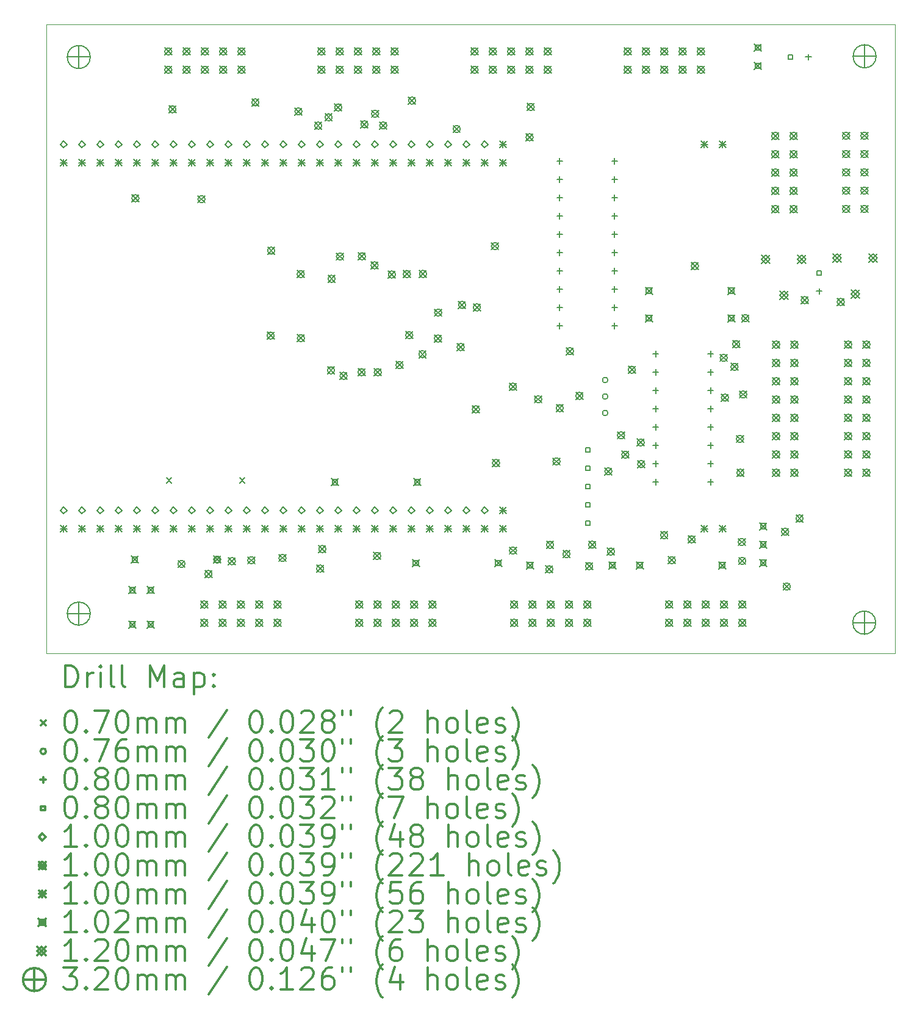
<source format=gbr>
%FSLAX45Y45*%
G04 Gerber Fmt 4.5, Leading zero omitted, Abs format (unit mm)*
G04 Created by KiCad (PCBNEW 4.0.2-stable) date 15/08/2016 17:49:43*
%MOMM*%
G01*
G04 APERTURE LIST*
%ADD10C,0.127000*%
%ADD11C,0.100000*%
%ADD12C,0.200000*%
%ADD13C,0.300000*%
G04 APERTURE END LIST*
D10*
D11*
X16225000Y-10150000D02*
X15825000Y-10150000D01*
X16225000Y-1425000D02*
X16225000Y-10150000D01*
X15825000Y-1425000D02*
X16225000Y-1425000D01*
X15825000Y-1425000D02*
X15800000Y-1425000D01*
X15800000Y-10150000D02*
X15825000Y-10150000D01*
X15800000Y-1425000D02*
X4450000Y-1425000D01*
X15775000Y-10150000D02*
X15800000Y-10150000D01*
X4450000Y-10150000D02*
X15775000Y-10150000D01*
X4450000Y-1425000D02*
X4450000Y-10150000D01*
D12*
X6114948Y-7714948D02*
X6185052Y-7785052D01*
X6185052Y-7714948D02*
X6114948Y-7785052D01*
X7130948Y-7714948D02*
X7201052Y-7785052D01*
X7201052Y-7714948D02*
X7130948Y-7785052D01*
X12243100Y-6357800D02*
G75*
G03X12243100Y-6357800I-38100J0D01*
G01*
X12243100Y-6586400D02*
G75*
G03X12243100Y-6586400I-38100J0D01*
G01*
X12243100Y-6815000D02*
G75*
G03X12243100Y-6815000I-38100J0D01*
G01*
X11573000Y-3279000D02*
X11573000Y-3359000D01*
X11533000Y-3319000D02*
X11613000Y-3319000D01*
X11573000Y-3533000D02*
X11573000Y-3613000D01*
X11533000Y-3573000D02*
X11613000Y-3573000D01*
X11573000Y-3787000D02*
X11573000Y-3867000D01*
X11533000Y-3827000D02*
X11613000Y-3827000D01*
X11573000Y-4041000D02*
X11573000Y-4121000D01*
X11533000Y-4081000D02*
X11613000Y-4081000D01*
X11573000Y-4295000D02*
X11573000Y-4375000D01*
X11533000Y-4335000D02*
X11613000Y-4335000D01*
X11573000Y-4549000D02*
X11573000Y-4629000D01*
X11533000Y-4589000D02*
X11613000Y-4589000D01*
X11573000Y-4803000D02*
X11573000Y-4883000D01*
X11533000Y-4843000D02*
X11613000Y-4843000D01*
X11573000Y-5057000D02*
X11573000Y-5137000D01*
X11533000Y-5097000D02*
X11613000Y-5097000D01*
X11573000Y-5311000D02*
X11573000Y-5391000D01*
X11533000Y-5351000D02*
X11613000Y-5351000D01*
X11573000Y-5565000D02*
X11573000Y-5645000D01*
X11533000Y-5605000D02*
X11613000Y-5605000D01*
X12335000Y-3279000D02*
X12335000Y-3359000D01*
X12295000Y-3319000D02*
X12375000Y-3319000D01*
X12335000Y-3533000D02*
X12335000Y-3613000D01*
X12295000Y-3573000D02*
X12375000Y-3573000D01*
X12335000Y-3787000D02*
X12335000Y-3867000D01*
X12295000Y-3827000D02*
X12375000Y-3827000D01*
X12335000Y-4041000D02*
X12335000Y-4121000D01*
X12295000Y-4081000D02*
X12375000Y-4081000D01*
X12335000Y-4295000D02*
X12335000Y-4375000D01*
X12295000Y-4335000D02*
X12375000Y-4335000D01*
X12335000Y-4549000D02*
X12335000Y-4629000D01*
X12295000Y-4589000D02*
X12375000Y-4589000D01*
X12335000Y-4803000D02*
X12335000Y-4883000D01*
X12295000Y-4843000D02*
X12375000Y-4843000D01*
X12335000Y-5057000D02*
X12335000Y-5137000D01*
X12295000Y-5097000D02*
X12375000Y-5097000D01*
X12335000Y-5311000D02*
X12335000Y-5391000D01*
X12295000Y-5351000D02*
X12375000Y-5351000D01*
X12335000Y-5565000D02*
X12335000Y-5645000D01*
X12295000Y-5605000D02*
X12375000Y-5605000D01*
X12905000Y-5955000D02*
X12905000Y-6035000D01*
X12865000Y-5995000D02*
X12945000Y-5995000D01*
X12905000Y-6209000D02*
X12905000Y-6289000D01*
X12865000Y-6249000D02*
X12945000Y-6249000D01*
X12905000Y-6463000D02*
X12905000Y-6543000D01*
X12865000Y-6503000D02*
X12945000Y-6503000D01*
X12905000Y-6717000D02*
X12905000Y-6797000D01*
X12865000Y-6757000D02*
X12945000Y-6757000D01*
X12905000Y-6971000D02*
X12905000Y-7051000D01*
X12865000Y-7011000D02*
X12945000Y-7011000D01*
X12905000Y-7225000D02*
X12905000Y-7305000D01*
X12865000Y-7265000D02*
X12945000Y-7265000D01*
X12905000Y-7479000D02*
X12905000Y-7559000D01*
X12865000Y-7519000D02*
X12945000Y-7519000D01*
X12905000Y-7733000D02*
X12905000Y-7813000D01*
X12865000Y-7773000D02*
X12945000Y-7773000D01*
X13667000Y-5955000D02*
X13667000Y-6035000D01*
X13627000Y-5995000D02*
X13707000Y-5995000D01*
X13667000Y-6209000D02*
X13667000Y-6289000D01*
X13627000Y-6249000D02*
X13707000Y-6249000D01*
X13667000Y-6463000D02*
X13667000Y-6543000D01*
X13627000Y-6503000D02*
X13707000Y-6503000D01*
X13667000Y-6717000D02*
X13667000Y-6797000D01*
X13627000Y-6757000D02*
X13707000Y-6757000D01*
X13667000Y-6971000D02*
X13667000Y-7051000D01*
X13627000Y-7011000D02*
X13707000Y-7011000D01*
X13667000Y-7225000D02*
X13667000Y-7305000D01*
X13627000Y-7265000D02*
X13707000Y-7265000D01*
X13667000Y-7479000D02*
X13667000Y-7559000D01*
X13627000Y-7519000D02*
X13707000Y-7519000D01*
X13667000Y-7733000D02*
X13667000Y-7813000D01*
X13627000Y-7773000D02*
X13707000Y-7773000D01*
X15025000Y-1835000D02*
X15025000Y-1915000D01*
X14985000Y-1875000D02*
X15065000Y-1875000D01*
X15175000Y-5085000D02*
X15175000Y-5165000D01*
X15135000Y-5125000D02*
X15215000Y-5125000D01*
X11993288Y-7353288D02*
X11993288Y-7296712D01*
X11936712Y-7296712D01*
X11936712Y-7353288D01*
X11993288Y-7353288D01*
X11993288Y-7607288D02*
X11993288Y-7550712D01*
X11936712Y-7550712D01*
X11936712Y-7607288D01*
X11993288Y-7607288D01*
X11993288Y-7861288D02*
X11993288Y-7804712D01*
X11936712Y-7804712D01*
X11936712Y-7861288D01*
X11993288Y-7861288D01*
X11993288Y-8115288D02*
X11993288Y-8058712D01*
X11936712Y-8058712D01*
X11936712Y-8115288D01*
X11993288Y-8115288D01*
X11993288Y-8369288D02*
X11993288Y-8312712D01*
X11936712Y-8312712D01*
X11936712Y-8369288D01*
X11993288Y-8369288D01*
X14803288Y-1903288D02*
X14803288Y-1846712D01*
X14746712Y-1846712D01*
X14746712Y-1903288D01*
X14803288Y-1903288D01*
X15203288Y-4903288D02*
X15203288Y-4846712D01*
X15146712Y-4846712D01*
X15146712Y-4903288D01*
X15203288Y-4903288D01*
X4691000Y-3135911D02*
X4740911Y-3086000D01*
X4691000Y-3036089D01*
X4641089Y-3086000D01*
X4691000Y-3135911D01*
X4691000Y-8215911D02*
X4740911Y-8166000D01*
X4691000Y-8116089D01*
X4641089Y-8166000D01*
X4691000Y-8215911D01*
X4945000Y-3135911D02*
X4994911Y-3086000D01*
X4945000Y-3036089D01*
X4895089Y-3086000D01*
X4945000Y-3135911D01*
X4945000Y-8215911D02*
X4994911Y-8166000D01*
X4945000Y-8116089D01*
X4895089Y-8166000D01*
X4945000Y-8215911D01*
X5199000Y-3135911D02*
X5248911Y-3086000D01*
X5199000Y-3036089D01*
X5149089Y-3086000D01*
X5199000Y-3135911D01*
X5199000Y-8215911D02*
X5248911Y-8166000D01*
X5199000Y-8116089D01*
X5149089Y-8166000D01*
X5199000Y-8215911D01*
X5453000Y-3135911D02*
X5502911Y-3086000D01*
X5453000Y-3036089D01*
X5403089Y-3086000D01*
X5453000Y-3135911D01*
X5453000Y-8215911D02*
X5502911Y-8166000D01*
X5453000Y-8116089D01*
X5403089Y-8166000D01*
X5453000Y-8215911D01*
X5707000Y-3135911D02*
X5756911Y-3086000D01*
X5707000Y-3036089D01*
X5657089Y-3086000D01*
X5707000Y-3135911D01*
X5707000Y-8215911D02*
X5756911Y-8166000D01*
X5707000Y-8116089D01*
X5657089Y-8166000D01*
X5707000Y-8215911D01*
X5961000Y-3135911D02*
X6010911Y-3086000D01*
X5961000Y-3036089D01*
X5911089Y-3086000D01*
X5961000Y-3135911D01*
X5961000Y-8215911D02*
X6010911Y-8166000D01*
X5961000Y-8116089D01*
X5911089Y-8166000D01*
X5961000Y-8215911D01*
X6215000Y-3135911D02*
X6264911Y-3086000D01*
X6215000Y-3036089D01*
X6165089Y-3086000D01*
X6215000Y-3135911D01*
X6215000Y-8215911D02*
X6264911Y-8166000D01*
X6215000Y-8116089D01*
X6165089Y-8166000D01*
X6215000Y-8215911D01*
X6469000Y-3135911D02*
X6518911Y-3086000D01*
X6469000Y-3036089D01*
X6419089Y-3086000D01*
X6469000Y-3135911D01*
X6469000Y-8215911D02*
X6518911Y-8166000D01*
X6469000Y-8116089D01*
X6419089Y-8166000D01*
X6469000Y-8215911D01*
X6723000Y-3135911D02*
X6772911Y-3086000D01*
X6723000Y-3036089D01*
X6673089Y-3086000D01*
X6723000Y-3135911D01*
X6723000Y-8215911D02*
X6772911Y-8166000D01*
X6723000Y-8116089D01*
X6673089Y-8166000D01*
X6723000Y-8215911D01*
X6977000Y-3135911D02*
X7026911Y-3086000D01*
X6977000Y-3036089D01*
X6927089Y-3086000D01*
X6977000Y-3135911D01*
X6977000Y-8215911D02*
X7026911Y-8166000D01*
X6977000Y-8116089D01*
X6927089Y-8166000D01*
X6977000Y-8215911D01*
X7231000Y-3135911D02*
X7280911Y-3086000D01*
X7231000Y-3036089D01*
X7181089Y-3086000D01*
X7231000Y-3135911D01*
X7231000Y-8215911D02*
X7280911Y-8166000D01*
X7231000Y-8116089D01*
X7181089Y-8166000D01*
X7231000Y-8215911D01*
X7485000Y-3135911D02*
X7534911Y-3086000D01*
X7485000Y-3036089D01*
X7435089Y-3086000D01*
X7485000Y-3135911D01*
X7485000Y-8215911D02*
X7534911Y-8166000D01*
X7485000Y-8116089D01*
X7435089Y-8166000D01*
X7485000Y-8215911D01*
X7739000Y-3135911D02*
X7788911Y-3086000D01*
X7739000Y-3036089D01*
X7689089Y-3086000D01*
X7739000Y-3135911D01*
X7739000Y-8215911D02*
X7788911Y-8166000D01*
X7739000Y-8116089D01*
X7689089Y-8166000D01*
X7739000Y-8215911D01*
X7993000Y-3135911D02*
X8042911Y-3086000D01*
X7993000Y-3036089D01*
X7943089Y-3086000D01*
X7993000Y-3135911D01*
X7993000Y-8215911D02*
X8042911Y-8166000D01*
X7993000Y-8116089D01*
X7943089Y-8166000D01*
X7993000Y-8215911D01*
X8247000Y-3135911D02*
X8296911Y-3086000D01*
X8247000Y-3036089D01*
X8197089Y-3086000D01*
X8247000Y-3135911D01*
X8247000Y-8215911D02*
X8296911Y-8166000D01*
X8247000Y-8116089D01*
X8197089Y-8166000D01*
X8247000Y-8215911D01*
X8501000Y-3135911D02*
X8550911Y-3086000D01*
X8501000Y-3036089D01*
X8451089Y-3086000D01*
X8501000Y-3135911D01*
X8501000Y-8215911D02*
X8550911Y-8166000D01*
X8501000Y-8116089D01*
X8451089Y-8166000D01*
X8501000Y-8215911D01*
X8755000Y-3135911D02*
X8804911Y-3086000D01*
X8755000Y-3036089D01*
X8705089Y-3086000D01*
X8755000Y-3135911D01*
X8755000Y-8215911D02*
X8804911Y-8166000D01*
X8755000Y-8116089D01*
X8705089Y-8166000D01*
X8755000Y-8215911D01*
X9009000Y-3135911D02*
X9058911Y-3086000D01*
X9009000Y-3036089D01*
X8959089Y-3086000D01*
X9009000Y-3135911D01*
X9009000Y-8215911D02*
X9058911Y-8166000D01*
X9009000Y-8116089D01*
X8959089Y-8166000D01*
X9009000Y-8215911D01*
X9263000Y-3135911D02*
X9312911Y-3086000D01*
X9263000Y-3036089D01*
X9213089Y-3086000D01*
X9263000Y-3135911D01*
X9263000Y-8215911D02*
X9312911Y-8166000D01*
X9263000Y-8116089D01*
X9213089Y-8166000D01*
X9263000Y-8215911D01*
X9517000Y-3135911D02*
X9566911Y-3086000D01*
X9517000Y-3036089D01*
X9467089Y-3086000D01*
X9517000Y-3135911D01*
X9517000Y-8215911D02*
X9566911Y-8166000D01*
X9517000Y-8116089D01*
X9467089Y-8166000D01*
X9517000Y-8215911D01*
X9771000Y-3135911D02*
X9820911Y-3086000D01*
X9771000Y-3036089D01*
X9721089Y-3086000D01*
X9771000Y-3135911D01*
X9771000Y-8215911D02*
X9820911Y-8166000D01*
X9771000Y-8116089D01*
X9721089Y-8166000D01*
X9771000Y-8215911D01*
X10025000Y-3135911D02*
X10074911Y-3086000D01*
X10025000Y-3036089D01*
X9975089Y-3086000D01*
X10025000Y-3135911D01*
X10025000Y-8215911D02*
X10074911Y-8166000D01*
X10025000Y-8116089D01*
X9975089Y-8166000D01*
X10025000Y-8215911D01*
X10279000Y-3135911D02*
X10328911Y-3086000D01*
X10279000Y-3036089D01*
X10229089Y-3086000D01*
X10279000Y-3135911D01*
X10279000Y-8215911D02*
X10328911Y-8166000D01*
X10279000Y-8116089D01*
X10229089Y-8166000D01*
X10279000Y-8215911D01*
X10533000Y-3135911D02*
X10582911Y-3086000D01*
X10533000Y-3036089D01*
X10483089Y-3086000D01*
X10533000Y-3135911D01*
X10533000Y-8215911D02*
X10582911Y-8166000D01*
X10533000Y-8116089D01*
X10483089Y-8166000D01*
X10533000Y-8215911D01*
X5635000Y-3785000D02*
X5735000Y-3885000D01*
X5735000Y-3785000D02*
X5635000Y-3885000D01*
X5735000Y-3835000D02*
G75*
G03X5735000Y-3835000I-50000J0D01*
G01*
X6092000Y-1748000D02*
X6192000Y-1848000D01*
X6192000Y-1748000D02*
X6092000Y-1848000D01*
X6192000Y-1798000D02*
G75*
G03X6192000Y-1798000I-50000J0D01*
G01*
X6092000Y-2002000D02*
X6192000Y-2102000D01*
X6192000Y-2002000D02*
X6092000Y-2102000D01*
X6192000Y-2052000D02*
G75*
G03X6192000Y-2052000I-50000J0D01*
G01*
X6150000Y-2550000D02*
X6250000Y-2650000D01*
X6250000Y-2550000D02*
X6150000Y-2650000D01*
X6250000Y-2600000D02*
G75*
G03X6250000Y-2600000I-50000J0D01*
G01*
X6274999Y-8860356D02*
X6374999Y-8960356D01*
X6374999Y-8860356D02*
X6274999Y-8960356D01*
X6374999Y-8910356D02*
G75*
G03X6374999Y-8910356I-50000J0D01*
G01*
X6346000Y-1748000D02*
X6446000Y-1848000D01*
X6446000Y-1748000D02*
X6346000Y-1848000D01*
X6446000Y-1798000D02*
G75*
G03X6446000Y-1798000I-50000J0D01*
G01*
X6346000Y-2002000D02*
X6446000Y-2102000D01*
X6446000Y-2002000D02*
X6346000Y-2102000D01*
X6446000Y-2052000D02*
G75*
G03X6446000Y-2052000I-50000J0D01*
G01*
X6552998Y-3797711D02*
X6652998Y-3897711D01*
X6652998Y-3797711D02*
X6552998Y-3897711D01*
X6652998Y-3847711D02*
G75*
G03X6652998Y-3847711I-50000J0D01*
G01*
X6592000Y-9423000D02*
X6692000Y-9523000D01*
X6692000Y-9423000D02*
X6592000Y-9523000D01*
X6692000Y-9473000D02*
G75*
G03X6692000Y-9473000I-50000J0D01*
G01*
X6592000Y-9677000D02*
X6692000Y-9777000D01*
X6692000Y-9677000D02*
X6592000Y-9777000D01*
X6692000Y-9727000D02*
G75*
G03X6692000Y-9727000I-50000J0D01*
G01*
X6600000Y-1748000D02*
X6700000Y-1848000D01*
X6700000Y-1748000D02*
X6600000Y-1848000D01*
X6700000Y-1798000D02*
G75*
G03X6700000Y-1798000I-50000J0D01*
G01*
X6600000Y-2002000D02*
X6700000Y-2102000D01*
X6700000Y-2002000D02*
X6600000Y-2102000D01*
X6700000Y-2052000D02*
G75*
G03X6700000Y-2052000I-50000J0D01*
G01*
X6650000Y-9000000D02*
X6750000Y-9100000D01*
X6750000Y-9000000D02*
X6650000Y-9100000D01*
X6750000Y-9050000D02*
G75*
G03X6750000Y-9050000I-50000J0D01*
G01*
X6771500Y-8800000D02*
X6871500Y-8900000D01*
X6871500Y-8800000D02*
X6771500Y-8900000D01*
X6871500Y-8850000D02*
G75*
G03X6871500Y-8850000I-50000J0D01*
G01*
X6846000Y-9423000D02*
X6946000Y-9523000D01*
X6946000Y-9423000D02*
X6846000Y-9523000D01*
X6946000Y-9473000D02*
G75*
G03X6946000Y-9473000I-50000J0D01*
G01*
X6846000Y-9677000D02*
X6946000Y-9777000D01*
X6946000Y-9677000D02*
X6846000Y-9777000D01*
X6946000Y-9727000D02*
G75*
G03X6946000Y-9727000I-50000J0D01*
G01*
X6854000Y-1748000D02*
X6954000Y-1848000D01*
X6954000Y-1748000D02*
X6854000Y-1848000D01*
X6954000Y-1798000D02*
G75*
G03X6954000Y-1798000I-50000J0D01*
G01*
X6854000Y-2002000D02*
X6954000Y-2102000D01*
X6954000Y-2002000D02*
X6854000Y-2102000D01*
X6954000Y-2052000D02*
G75*
G03X6954000Y-2052000I-50000J0D01*
G01*
X6975144Y-8821479D02*
X7075144Y-8921479D01*
X7075144Y-8821479D02*
X6975144Y-8921479D01*
X7075144Y-8871479D02*
G75*
G03X7075144Y-8871479I-50000J0D01*
G01*
X7100000Y-9423000D02*
X7200000Y-9523000D01*
X7200000Y-9423000D02*
X7100000Y-9523000D01*
X7200000Y-9473000D02*
G75*
G03X7200000Y-9473000I-50000J0D01*
G01*
X7100000Y-9677000D02*
X7200000Y-9777000D01*
X7200000Y-9677000D02*
X7100000Y-9777000D01*
X7200000Y-9727000D02*
G75*
G03X7200000Y-9727000I-50000J0D01*
G01*
X7108000Y-1748000D02*
X7208000Y-1848000D01*
X7208000Y-1748000D02*
X7108000Y-1848000D01*
X7208000Y-1798000D02*
G75*
G03X7208000Y-1798000I-50000J0D01*
G01*
X7108000Y-2002000D02*
X7208000Y-2102000D01*
X7208000Y-2002000D02*
X7108000Y-2102000D01*
X7208000Y-2052000D02*
G75*
G03X7208000Y-2052000I-50000J0D01*
G01*
X7245002Y-8809854D02*
X7345002Y-8909854D01*
X7345002Y-8809854D02*
X7245002Y-8909854D01*
X7345002Y-8859854D02*
G75*
G03X7345002Y-8859854I-50000J0D01*
G01*
X7300000Y-2454998D02*
X7400000Y-2554998D01*
X7400000Y-2454998D02*
X7300000Y-2554998D01*
X7400000Y-2504998D02*
G75*
G03X7400000Y-2504998I-50000J0D01*
G01*
X7354000Y-9423000D02*
X7454000Y-9523000D01*
X7454000Y-9423000D02*
X7354000Y-9523000D01*
X7454000Y-9473000D02*
G75*
G03X7454000Y-9473000I-50000J0D01*
G01*
X7354000Y-9677000D02*
X7454000Y-9777000D01*
X7454000Y-9677000D02*
X7354000Y-9777000D01*
X7454000Y-9727000D02*
G75*
G03X7454000Y-9727000I-50000J0D01*
G01*
X7513382Y-5691820D02*
X7613382Y-5791820D01*
X7613382Y-5691820D02*
X7513382Y-5791820D01*
X7613382Y-5741820D02*
G75*
G03X7613382Y-5741820I-50000J0D01*
G01*
X7520000Y-4511000D02*
X7620000Y-4611000D01*
X7620000Y-4511000D02*
X7520000Y-4611000D01*
X7620000Y-4561000D02*
G75*
G03X7620000Y-4561000I-50000J0D01*
G01*
X7608000Y-9423000D02*
X7708000Y-9523000D01*
X7708000Y-9423000D02*
X7608000Y-9523000D01*
X7708000Y-9473000D02*
G75*
G03X7708000Y-9473000I-50000J0D01*
G01*
X7608000Y-9677000D02*
X7708000Y-9777000D01*
X7708000Y-9677000D02*
X7608000Y-9777000D01*
X7708000Y-9727000D02*
G75*
G03X7708000Y-9727000I-50000J0D01*
G01*
X7677053Y-8777055D02*
X7777053Y-8877055D01*
X7777053Y-8777055D02*
X7677053Y-8877055D01*
X7777053Y-8827055D02*
G75*
G03X7777053Y-8827055I-50000J0D01*
G01*
X7900000Y-2580002D02*
X8000000Y-2680002D01*
X8000000Y-2580002D02*
X7900000Y-2680002D01*
X8000000Y-2630002D02*
G75*
G03X8000000Y-2630002I-50000J0D01*
G01*
X7929878Y-4838002D02*
X8029878Y-4938002D01*
X8029878Y-4838002D02*
X7929878Y-4938002D01*
X8029878Y-4888002D02*
G75*
G03X8029878Y-4888002I-50000J0D01*
G01*
X7933388Y-5726855D02*
X8033388Y-5826855D01*
X8033388Y-5726855D02*
X7933388Y-5826855D01*
X8033388Y-5776855D02*
G75*
G03X8033388Y-5776855I-50000J0D01*
G01*
X8172712Y-2777206D02*
X8272712Y-2877206D01*
X8272712Y-2777206D02*
X8172712Y-2877206D01*
X8272712Y-2827206D02*
G75*
G03X8272712Y-2827206I-50000J0D01*
G01*
X8200000Y-8925000D02*
X8300000Y-9025000D01*
X8300000Y-8925000D02*
X8200000Y-9025000D01*
X8300000Y-8975000D02*
G75*
G03X8300000Y-8975000I-50000J0D01*
G01*
X8217000Y-1748000D02*
X8317000Y-1848000D01*
X8317000Y-1748000D02*
X8217000Y-1848000D01*
X8317000Y-1798000D02*
G75*
G03X8317000Y-1798000I-50000J0D01*
G01*
X8217000Y-2002000D02*
X8317000Y-2102000D01*
X8317000Y-2002000D02*
X8217000Y-2102000D01*
X8317000Y-2052000D02*
G75*
G03X8317000Y-2052000I-50000J0D01*
G01*
X8229925Y-8653925D02*
X8329925Y-8753925D01*
X8329925Y-8653925D02*
X8229925Y-8753925D01*
X8329925Y-8703925D02*
G75*
G03X8329925Y-8703925I-50000J0D01*
G01*
X8316934Y-2662003D02*
X8416934Y-2762003D01*
X8416934Y-2662003D02*
X8316934Y-2762003D01*
X8416934Y-2712003D02*
G75*
G03X8416934Y-2712003I-50000J0D01*
G01*
X8350000Y-6175000D02*
X8450000Y-6275000D01*
X8450000Y-6175000D02*
X8350000Y-6275000D01*
X8450000Y-6225000D02*
G75*
G03X8450000Y-6225000I-50000J0D01*
G01*
X8358220Y-4902928D02*
X8458220Y-5002928D01*
X8458220Y-4902928D02*
X8358220Y-5002928D01*
X8458220Y-4952928D02*
G75*
G03X8458220Y-4952928I-50000J0D01*
G01*
X8450000Y-2525000D02*
X8550000Y-2625000D01*
X8550000Y-2525000D02*
X8450000Y-2625000D01*
X8550000Y-2575000D02*
G75*
G03X8550000Y-2575000I-50000J0D01*
G01*
X8471000Y-1748000D02*
X8571000Y-1848000D01*
X8571000Y-1748000D02*
X8471000Y-1848000D01*
X8571000Y-1798000D02*
G75*
G03X8571000Y-1798000I-50000J0D01*
G01*
X8471000Y-2002000D02*
X8571000Y-2102000D01*
X8571000Y-2002000D02*
X8471000Y-2102000D01*
X8571000Y-2052000D02*
G75*
G03X8571000Y-2052000I-50000J0D01*
G01*
X8476000Y-4593000D02*
X8576000Y-4693000D01*
X8576000Y-4593000D02*
X8476000Y-4693000D01*
X8576000Y-4643000D02*
G75*
G03X8576000Y-4643000I-50000J0D01*
G01*
X8525000Y-6250000D02*
X8625000Y-6350000D01*
X8625000Y-6250000D02*
X8525000Y-6350000D01*
X8625000Y-6300000D02*
G75*
G03X8625000Y-6300000I-50000J0D01*
G01*
X8725000Y-1748000D02*
X8825000Y-1848000D01*
X8825000Y-1748000D02*
X8725000Y-1848000D01*
X8825000Y-1798000D02*
G75*
G03X8825000Y-1798000I-50000J0D01*
G01*
X8725000Y-2002000D02*
X8825000Y-2102000D01*
X8825000Y-2002000D02*
X8725000Y-2102000D01*
X8825000Y-2052000D02*
G75*
G03X8825000Y-2052000I-50000J0D01*
G01*
X8742000Y-9423000D02*
X8842000Y-9523000D01*
X8842000Y-9423000D02*
X8742000Y-9523000D01*
X8842000Y-9473000D02*
G75*
G03X8842000Y-9473000I-50000J0D01*
G01*
X8742000Y-9677000D02*
X8842000Y-9777000D01*
X8842000Y-9677000D02*
X8742000Y-9777000D01*
X8842000Y-9727000D02*
G75*
G03X8842000Y-9727000I-50000J0D01*
G01*
X8775000Y-6200000D02*
X8875000Y-6300000D01*
X8875000Y-6200000D02*
X8775000Y-6300000D01*
X8875000Y-6250000D02*
G75*
G03X8875000Y-6250000I-50000J0D01*
G01*
X8779000Y-4591000D02*
X8879000Y-4691000D01*
X8879000Y-4591000D02*
X8779000Y-4691000D01*
X8879000Y-4641000D02*
G75*
G03X8879000Y-4641000I-50000J0D01*
G01*
X8814950Y-2759322D02*
X8914950Y-2859321D01*
X8914950Y-2759322D02*
X8814950Y-2859321D01*
X8914950Y-2809321D02*
G75*
G03X8914950Y-2809321I-50000J0D01*
G01*
X8954000Y-4716000D02*
X9054000Y-4816000D01*
X9054000Y-4716000D02*
X8954000Y-4816000D01*
X9054000Y-4766000D02*
G75*
G03X9054000Y-4766000I-50000J0D01*
G01*
X8961449Y-2612822D02*
X9061449Y-2712822D01*
X9061449Y-2612822D02*
X8961449Y-2712822D01*
X9061449Y-2662822D02*
G75*
G03X9061449Y-2662822I-50000J0D01*
G01*
X8979000Y-1748000D02*
X9079000Y-1848000D01*
X9079000Y-1748000D02*
X8979000Y-1848000D01*
X9079000Y-1798000D02*
G75*
G03X9079000Y-1798000I-50000J0D01*
G01*
X8979000Y-2002000D02*
X9079000Y-2102000D01*
X9079000Y-2002000D02*
X8979000Y-2102000D01*
X9079000Y-2052000D02*
G75*
G03X9079000Y-2052000I-50000J0D01*
G01*
X8991667Y-8750001D02*
X9091667Y-8850001D01*
X9091667Y-8750001D02*
X8991667Y-8850001D01*
X9091667Y-8800001D02*
G75*
G03X9091667Y-8800001I-50000J0D01*
G01*
X8996000Y-9423000D02*
X9096000Y-9523000D01*
X9096000Y-9423000D02*
X8996000Y-9523000D01*
X9096000Y-9473000D02*
G75*
G03X9096000Y-9473000I-50000J0D01*
G01*
X8996000Y-9677000D02*
X9096000Y-9777000D01*
X9096000Y-9677000D02*
X8996000Y-9777000D01*
X9096000Y-9727000D02*
G75*
G03X9096000Y-9727000I-50000J0D01*
G01*
X9000000Y-6200000D02*
X9100000Y-6300000D01*
X9100000Y-6200000D02*
X9000000Y-6300000D01*
X9100000Y-6250000D02*
G75*
G03X9100000Y-6250000I-50000J0D01*
G01*
X9075000Y-2775000D02*
X9175000Y-2875000D01*
X9175000Y-2775000D02*
X9075000Y-2875000D01*
X9175000Y-2825000D02*
G75*
G03X9175000Y-2825000I-50000J0D01*
G01*
X9195002Y-4843549D02*
X9295002Y-4943549D01*
X9295002Y-4843549D02*
X9195002Y-4943549D01*
X9295002Y-4893549D02*
G75*
G03X9295002Y-4893549I-50000J0D01*
G01*
X9233000Y-1748000D02*
X9333000Y-1848000D01*
X9333000Y-1748000D02*
X9233000Y-1848000D01*
X9333000Y-1798000D02*
G75*
G03X9333000Y-1798000I-50000J0D01*
G01*
X9233000Y-2002000D02*
X9333000Y-2102000D01*
X9333000Y-2002000D02*
X9233000Y-2102000D01*
X9333000Y-2052000D02*
G75*
G03X9333000Y-2052000I-50000J0D01*
G01*
X9250000Y-9423000D02*
X9350000Y-9523000D01*
X9350000Y-9423000D02*
X9250000Y-9523000D01*
X9350000Y-9473000D02*
G75*
G03X9350000Y-9473000I-50000J0D01*
G01*
X9250000Y-9677000D02*
X9350000Y-9777000D01*
X9350000Y-9677000D02*
X9250000Y-9777000D01*
X9350000Y-9727000D02*
G75*
G03X9350000Y-9727000I-50000J0D01*
G01*
X9300000Y-6100000D02*
X9400000Y-6200000D01*
X9400000Y-6100000D02*
X9300000Y-6200000D01*
X9400000Y-6150000D02*
G75*
G03X9400000Y-6150000I-50000J0D01*
G01*
X9403000Y-4837000D02*
X9503000Y-4937000D01*
X9503000Y-4837000D02*
X9403000Y-4937000D01*
X9503000Y-4887000D02*
G75*
G03X9503000Y-4887000I-50000J0D01*
G01*
X9435263Y-5685012D02*
X9535263Y-5785012D01*
X9535263Y-5685012D02*
X9435263Y-5785012D01*
X9535263Y-5735012D02*
G75*
G03X9535263Y-5735012I-50000J0D01*
G01*
X9475000Y-2429990D02*
X9575000Y-2529990D01*
X9575000Y-2429990D02*
X9475000Y-2529990D01*
X9575000Y-2479990D02*
G75*
G03X9575000Y-2479990I-50000J0D01*
G01*
X9504000Y-9423000D02*
X9604000Y-9523000D01*
X9604000Y-9423000D02*
X9504000Y-9523000D01*
X9604000Y-9473000D02*
G75*
G03X9604000Y-9473000I-50000J0D01*
G01*
X9504000Y-9677000D02*
X9604000Y-9777000D01*
X9604000Y-9677000D02*
X9504000Y-9777000D01*
X9604000Y-9727000D02*
G75*
G03X9604000Y-9727000I-50000J0D01*
G01*
X9620002Y-5949995D02*
X9720002Y-6049995D01*
X9720002Y-5949995D02*
X9620002Y-6049995D01*
X9720002Y-5999995D02*
G75*
G03X9720002Y-5999995I-50000J0D01*
G01*
X9627031Y-4835619D02*
X9727031Y-4935619D01*
X9727031Y-4835619D02*
X9627031Y-4935619D01*
X9727031Y-4885619D02*
G75*
G03X9727031Y-4885619I-50000J0D01*
G01*
X9758000Y-9423000D02*
X9858000Y-9523000D01*
X9858000Y-9423000D02*
X9758000Y-9523000D01*
X9858000Y-9473000D02*
G75*
G03X9858000Y-9473000I-50000J0D01*
G01*
X9758000Y-9677000D02*
X9858000Y-9777000D01*
X9858000Y-9677000D02*
X9758000Y-9777000D01*
X9858000Y-9727000D02*
G75*
G03X9858000Y-9727000I-50000J0D01*
G01*
X9834315Y-5732145D02*
X9934315Y-5832145D01*
X9934315Y-5732145D02*
X9834315Y-5832145D01*
X9934315Y-5782145D02*
G75*
G03X9934315Y-5782145I-50000J0D01*
G01*
X9837610Y-5372141D02*
X9937610Y-5472141D01*
X9937610Y-5372141D02*
X9837610Y-5472141D01*
X9937610Y-5422141D02*
G75*
G03X9937610Y-5422141I-50000J0D01*
G01*
X10095000Y-2823681D02*
X10195000Y-2923681D01*
X10195000Y-2823681D02*
X10095000Y-2923681D01*
X10195000Y-2873681D02*
G75*
G03X10195000Y-2873681I-50000J0D01*
G01*
X10150000Y-5850000D02*
X10250000Y-5950000D01*
X10250000Y-5850000D02*
X10150000Y-5950000D01*
X10250000Y-5900000D02*
G75*
G03X10250000Y-5900000I-50000J0D01*
G01*
X10169397Y-5265136D02*
X10269397Y-5365136D01*
X10269397Y-5265136D02*
X10169397Y-5365136D01*
X10269397Y-5315136D02*
G75*
G03X10269397Y-5315136I-50000J0D01*
G01*
X10342000Y-1748000D02*
X10442000Y-1848000D01*
X10442000Y-1748000D02*
X10342000Y-1848000D01*
X10442000Y-1798000D02*
G75*
G03X10442000Y-1798000I-50000J0D01*
G01*
X10342000Y-2002000D02*
X10442000Y-2102000D01*
X10442000Y-2002000D02*
X10342000Y-2102000D01*
X10442000Y-2052000D02*
G75*
G03X10442000Y-2052000I-50000J0D01*
G01*
X10360219Y-6714781D02*
X10460219Y-6814781D01*
X10460219Y-6714781D02*
X10360219Y-6814781D01*
X10460219Y-6764781D02*
G75*
G03X10460219Y-6764781I-50000J0D01*
G01*
X10360219Y-6714781D02*
X10460219Y-6814781D01*
X10460219Y-6714781D02*
X10360219Y-6814781D01*
X10460219Y-6764781D02*
G75*
G03X10460219Y-6764781I-50000J0D01*
G01*
X10375000Y-5300000D02*
X10475000Y-5400000D01*
X10475000Y-5300000D02*
X10375000Y-5400000D01*
X10475000Y-5350000D02*
G75*
G03X10475000Y-5350000I-50000J0D01*
G01*
X10596000Y-1748000D02*
X10696000Y-1848000D01*
X10696000Y-1748000D02*
X10596000Y-1848000D01*
X10696000Y-1798000D02*
G75*
G03X10696000Y-1798000I-50000J0D01*
G01*
X10596000Y-2002000D02*
X10696000Y-2102000D01*
X10696000Y-2002000D02*
X10596000Y-2102000D01*
X10696000Y-2052000D02*
G75*
G03X10696000Y-2052000I-50000J0D01*
G01*
X10624999Y-4450000D02*
X10724999Y-4550000D01*
X10724999Y-4450000D02*
X10624999Y-4550000D01*
X10724999Y-4500000D02*
G75*
G03X10724999Y-4500000I-50000J0D01*
G01*
X10640146Y-7459854D02*
X10740146Y-7559854D01*
X10740146Y-7459854D02*
X10640146Y-7559854D01*
X10740146Y-7509854D02*
G75*
G03X10740146Y-7509854I-50000J0D01*
G01*
X10850000Y-1748000D02*
X10950000Y-1848000D01*
X10950000Y-1748000D02*
X10850000Y-1848000D01*
X10950000Y-1798000D02*
G75*
G03X10950000Y-1798000I-50000J0D01*
G01*
X10850000Y-2002000D02*
X10950000Y-2102000D01*
X10950000Y-2002000D02*
X10850000Y-2102000D01*
X10950000Y-2052000D02*
G75*
G03X10950000Y-2052000I-50000J0D01*
G01*
X10875000Y-8675000D02*
X10975000Y-8775000D01*
X10975000Y-8675000D02*
X10875000Y-8775000D01*
X10975000Y-8725000D02*
G75*
G03X10975000Y-8725000I-50000J0D01*
G01*
X10875000Y-6400000D02*
X10975000Y-6500000D01*
X10975000Y-6400000D02*
X10875000Y-6500000D01*
X10975000Y-6450000D02*
G75*
G03X10975000Y-6450000I-50000J0D01*
G01*
X10892000Y-9423000D02*
X10992000Y-9523000D01*
X10992000Y-9423000D02*
X10892000Y-9523000D01*
X10992000Y-9473000D02*
G75*
G03X10992000Y-9473000I-50000J0D01*
G01*
X10892000Y-9677000D02*
X10992000Y-9777000D01*
X10992000Y-9677000D02*
X10892000Y-9777000D01*
X10992000Y-9727000D02*
G75*
G03X10992000Y-9727000I-50000J0D01*
G01*
X11104000Y-1748000D02*
X11204000Y-1848000D01*
X11204000Y-1748000D02*
X11104000Y-1848000D01*
X11204000Y-1798000D02*
G75*
G03X11204000Y-1798000I-50000J0D01*
G01*
X11104000Y-2002000D02*
X11204000Y-2102000D01*
X11204000Y-2002000D02*
X11104000Y-2102000D01*
X11204000Y-2052000D02*
G75*
G03X11204000Y-2052000I-50000J0D01*
G01*
X11105002Y-2938078D02*
X11205002Y-3038078D01*
X11205002Y-2938078D02*
X11105002Y-3038078D01*
X11205002Y-2988078D02*
G75*
G03X11205002Y-2988078I-50000J0D01*
G01*
X11120703Y-2518071D02*
X11220703Y-2618071D01*
X11220703Y-2518071D02*
X11120703Y-2618071D01*
X11220703Y-2568071D02*
G75*
G03X11220703Y-2568071I-50000J0D01*
G01*
X11146000Y-9423000D02*
X11246000Y-9523000D01*
X11246000Y-9423000D02*
X11146000Y-9523000D01*
X11246000Y-9473000D02*
G75*
G03X11246000Y-9473000I-50000J0D01*
G01*
X11146000Y-9677000D02*
X11246000Y-9777000D01*
X11246000Y-9677000D02*
X11146000Y-9777000D01*
X11246000Y-9727000D02*
G75*
G03X11246000Y-9727000I-50000J0D01*
G01*
X11225000Y-6575000D02*
X11325000Y-6675000D01*
X11325000Y-6575000D02*
X11225000Y-6675000D01*
X11325000Y-6625000D02*
G75*
G03X11325000Y-6625000I-50000J0D01*
G01*
X11358000Y-1748000D02*
X11458000Y-1848000D01*
X11458000Y-1748000D02*
X11358000Y-1848000D01*
X11458000Y-1798000D02*
G75*
G03X11458000Y-1798000I-50000J0D01*
G01*
X11358000Y-2002000D02*
X11458000Y-2102000D01*
X11458000Y-2002000D02*
X11358000Y-2102000D01*
X11458000Y-2052000D02*
G75*
G03X11458000Y-2052000I-50000J0D01*
G01*
X11380049Y-8935083D02*
X11480049Y-9035083D01*
X11480049Y-8935083D02*
X11380049Y-9035083D01*
X11480049Y-8985083D02*
G75*
G03X11480049Y-8985083I-50000J0D01*
G01*
X11389764Y-8595020D02*
X11489764Y-8695020D01*
X11489764Y-8595020D02*
X11389764Y-8695020D01*
X11489764Y-8645020D02*
G75*
G03X11489764Y-8645020I-50000J0D01*
G01*
X11400000Y-9423000D02*
X11500000Y-9523000D01*
X11500000Y-9423000D02*
X11400000Y-9523000D01*
X11500000Y-9473000D02*
G75*
G03X11500000Y-9473000I-50000J0D01*
G01*
X11400000Y-9677000D02*
X11500000Y-9777000D01*
X11500000Y-9677000D02*
X11400000Y-9777000D01*
X11500000Y-9727000D02*
G75*
G03X11500000Y-9727000I-50000J0D01*
G01*
X11478897Y-7438250D02*
X11578897Y-7538250D01*
X11578897Y-7438250D02*
X11478897Y-7538250D01*
X11578897Y-7488250D02*
G75*
G03X11578897Y-7488250I-50000J0D01*
G01*
X11525000Y-6700000D02*
X11625000Y-6800000D01*
X11625000Y-6700000D02*
X11525000Y-6800000D01*
X11625000Y-6750000D02*
G75*
G03X11625000Y-6750000I-50000J0D01*
G01*
X11617771Y-8724199D02*
X11717771Y-8824199D01*
X11717771Y-8724199D02*
X11617771Y-8824199D01*
X11717771Y-8774199D02*
G75*
G03X11717771Y-8774199I-50000J0D01*
G01*
X11654000Y-9423000D02*
X11754000Y-9523000D01*
X11754000Y-9423000D02*
X11654000Y-9523000D01*
X11754000Y-9473000D02*
G75*
G03X11754000Y-9473000I-50000J0D01*
G01*
X11654000Y-9677000D02*
X11754000Y-9777000D01*
X11754000Y-9677000D02*
X11654000Y-9777000D01*
X11754000Y-9727000D02*
G75*
G03X11754000Y-9727000I-50000J0D01*
G01*
X11667678Y-5907322D02*
X11767678Y-6007322D01*
X11767678Y-5907322D02*
X11667678Y-6007322D01*
X11767678Y-5957322D02*
G75*
G03X11767678Y-5957322I-50000J0D01*
G01*
X11797454Y-6527827D02*
X11897454Y-6627827D01*
X11897454Y-6527827D02*
X11797454Y-6627827D01*
X11897454Y-6577827D02*
G75*
G03X11897454Y-6577827I-50000J0D01*
G01*
X11908000Y-9423000D02*
X12008000Y-9523000D01*
X12008000Y-9423000D02*
X11908000Y-9523000D01*
X12008000Y-9473000D02*
G75*
G03X12008000Y-9473000I-50000J0D01*
G01*
X11908000Y-9677000D02*
X12008000Y-9777000D01*
X12008000Y-9677000D02*
X11908000Y-9777000D01*
X12008000Y-9727000D02*
G75*
G03X12008000Y-9727000I-50000J0D01*
G01*
X11932322Y-8892678D02*
X12032322Y-8992678D01*
X12032322Y-8892678D02*
X11932322Y-8992678D01*
X12032322Y-8942678D02*
G75*
G03X12032322Y-8942678I-50000J0D01*
G01*
X11975209Y-8592204D02*
X12075209Y-8692204D01*
X12075209Y-8592204D02*
X11975209Y-8692204D01*
X12075209Y-8642204D02*
G75*
G03X12075209Y-8642204I-50000J0D01*
G01*
X12200000Y-7575000D02*
X12300000Y-7675000D01*
X12300000Y-7575000D02*
X12200000Y-7675000D01*
X12300000Y-7625000D02*
G75*
G03X12300000Y-7625000I-50000J0D01*
G01*
X12235104Y-8689896D02*
X12335104Y-8789896D01*
X12335104Y-8689896D02*
X12235104Y-8789896D01*
X12335104Y-8739896D02*
G75*
G03X12335104Y-8739896I-50000J0D01*
G01*
X12375000Y-7075000D02*
X12475000Y-7175000D01*
X12475000Y-7075000D02*
X12375000Y-7175000D01*
X12475000Y-7125000D02*
G75*
G03X12475000Y-7125000I-50000J0D01*
G01*
X12434750Y-7344000D02*
X12534750Y-7444000D01*
X12534750Y-7344000D02*
X12434750Y-7444000D01*
X12534750Y-7394000D02*
G75*
G03X12534750Y-7394000I-50000J0D01*
G01*
X12467000Y-1748000D02*
X12567000Y-1848000D01*
X12567000Y-1748000D02*
X12467000Y-1848000D01*
X12567000Y-1798000D02*
G75*
G03X12567000Y-1798000I-50000J0D01*
G01*
X12467000Y-2002000D02*
X12567000Y-2102000D01*
X12567000Y-2002000D02*
X12467000Y-2102000D01*
X12567000Y-2052000D02*
G75*
G03X12567000Y-2052000I-50000J0D01*
G01*
X12525000Y-6165600D02*
X12625000Y-6265600D01*
X12625000Y-6165600D02*
X12525000Y-6265600D01*
X12625000Y-6215600D02*
G75*
G03X12625000Y-6215600I-50000J0D01*
G01*
X12650000Y-7175000D02*
X12750000Y-7275000D01*
X12750000Y-7175000D02*
X12650000Y-7275000D01*
X12750000Y-7225000D02*
G75*
G03X12750000Y-7225000I-50000J0D01*
G01*
X12654500Y-7475000D02*
X12754500Y-7575000D01*
X12754500Y-7475000D02*
X12654500Y-7575000D01*
X12754500Y-7525000D02*
G75*
G03X12754500Y-7525000I-50000J0D01*
G01*
X12721000Y-1748000D02*
X12821000Y-1848000D01*
X12821000Y-1748000D02*
X12721000Y-1848000D01*
X12821000Y-1798000D02*
G75*
G03X12821000Y-1798000I-50000J0D01*
G01*
X12721000Y-2002000D02*
X12821000Y-2102000D01*
X12821000Y-2002000D02*
X12721000Y-2102000D01*
X12821000Y-2052000D02*
G75*
G03X12821000Y-2052000I-50000J0D01*
G01*
X12973221Y-8462136D02*
X13073221Y-8562136D01*
X13073221Y-8462136D02*
X12973221Y-8562136D01*
X13073221Y-8512136D02*
G75*
G03X13073221Y-8512136I-50000J0D01*
G01*
X12975000Y-1748000D02*
X13075000Y-1848000D01*
X13075000Y-1748000D02*
X12975000Y-1848000D01*
X13075000Y-1798000D02*
G75*
G03X13075000Y-1798000I-50000J0D01*
G01*
X12975000Y-2002000D02*
X13075000Y-2102000D01*
X13075000Y-2002000D02*
X12975000Y-2102000D01*
X13075000Y-2052000D02*
G75*
G03X13075000Y-2052000I-50000J0D01*
G01*
X13042000Y-9423000D02*
X13142000Y-9523000D01*
X13142000Y-9423000D02*
X13042000Y-9523000D01*
X13142000Y-9473000D02*
G75*
G03X13142000Y-9473000I-50000J0D01*
G01*
X13042000Y-9677000D02*
X13142000Y-9777000D01*
X13142000Y-9677000D02*
X13042000Y-9777000D01*
X13142000Y-9727000D02*
G75*
G03X13142000Y-9727000I-50000J0D01*
G01*
X13079686Y-8808245D02*
X13179686Y-8908245D01*
X13179686Y-8808245D02*
X13079686Y-8908245D01*
X13179686Y-8858245D02*
G75*
G03X13179686Y-8858245I-50000J0D01*
G01*
X13229000Y-1748000D02*
X13329000Y-1848000D01*
X13329000Y-1748000D02*
X13229000Y-1848000D01*
X13329000Y-1798000D02*
G75*
G03X13329000Y-1798000I-50000J0D01*
G01*
X13229000Y-2002000D02*
X13329000Y-2102000D01*
X13329000Y-2002000D02*
X13229000Y-2102000D01*
X13329000Y-2052000D02*
G75*
G03X13329000Y-2052000I-50000J0D01*
G01*
X13296000Y-9423000D02*
X13396000Y-9523000D01*
X13396000Y-9423000D02*
X13296000Y-9523000D01*
X13396000Y-9473000D02*
G75*
G03X13396000Y-9473000I-50000J0D01*
G01*
X13296000Y-9677000D02*
X13396000Y-9777000D01*
X13396000Y-9677000D02*
X13296000Y-9777000D01*
X13396000Y-9727000D02*
G75*
G03X13396000Y-9727000I-50000J0D01*
G01*
X13355002Y-8520096D02*
X13455002Y-8620096D01*
X13455002Y-8520096D02*
X13355002Y-8620096D01*
X13455002Y-8570096D02*
G75*
G03X13455002Y-8570096I-50000J0D01*
G01*
X13400000Y-4725000D02*
X13500000Y-4825000D01*
X13500000Y-4725000D02*
X13400000Y-4825000D01*
X13500000Y-4775000D02*
G75*
G03X13500000Y-4775000I-50000J0D01*
G01*
X13483000Y-1748000D02*
X13583000Y-1848000D01*
X13583000Y-1748000D02*
X13483000Y-1848000D01*
X13583000Y-1798000D02*
G75*
G03X13583000Y-1798000I-50000J0D01*
G01*
X13483000Y-2002000D02*
X13583000Y-2102000D01*
X13583000Y-2002000D02*
X13483000Y-2102000D01*
X13583000Y-2052000D02*
G75*
G03X13583000Y-2052000I-50000J0D01*
G01*
X13550000Y-9423000D02*
X13650000Y-9523000D01*
X13650000Y-9423000D02*
X13550000Y-9523000D01*
X13650000Y-9473000D02*
G75*
G03X13650000Y-9473000I-50000J0D01*
G01*
X13550000Y-9677000D02*
X13650000Y-9777000D01*
X13650000Y-9677000D02*
X13550000Y-9777000D01*
X13650000Y-9727000D02*
G75*
G03X13650000Y-9727000I-50000J0D01*
G01*
X13800000Y-6000000D02*
X13900000Y-6100000D01*
X13900000Y-6000000D02*
X13800000Y-6100000D01*
X13900000Y-6050000D02*
G75*
G03X13900000Y-6050000I-50000J0D01*
G01*
X13804000Y-9423000D02*
X13904000Y-9523000D01*
X13904000Y-9423000D02*
X13804000Y-9523000D01*
X13904000Y-9473000D02*
G75*
G03X13904000Y-9473000I-50000J0D01*
G01*
X13804000Y-9677000D02*
X13904000Y-9777000D01*
X13904000Y-9677000D02*
X13804000Y-9777000D01*
X13904000Y-9727000D02*
G75*
G03X13904000Y-9727000I-50000J0D01*
G01*
X13816821Y-6552112D02*
X13916821Y-6652112D01*
X13916821Y-6552112D02*
X13816821Y-6652112D01*
X13916821Y-6602112D02*
G75*
G03X13916821Y-6602112I-50000J0D01*
G01*
X13950000Y-6125000D02*
X14050000Y-6225000D01*
X14050000Y-6125000D02*
X13950000Y-6225000D01*
X14050000Y-6175000D02*
G75*
G03X14050000Y-6175000I-50000J0D01*
G01*
X13973706Y-5810205D02*
X14073706Y-5910205D01*
X14073706Y-5810205D02*
X13973706Y-5910205D01*
X14073706Y-5860205D02*
G75*
G03X14073706Y-5860205I-50000J0D01*
G01*
X14025000Y-7125000D02*
X14125000Y-7225000D01*
X14125000Y-7125000D02*
X14025000Y-7225000D01*
X14125000Y-7175000D02*
G75*
G03X14125000Y-7175000I-50000J0D01*
G01*
X14031000Y-7594000D02*
X14131000Y-7694000D01*
X14131000Y-7594000D02*
X14031000Y-7694000D01*
X14131000Y-7644000D02*
G75*
G03X14131000Y-7644000I-50000J0D01*
G01*
X14050000Y-8556797D02*
X14150000Y-8656797D01*
X14150000Y-8556797D02*
X14050000Y-8656797D01*
X14150000Y-8606797D02*
G75*
G03X14150000Y-8606797I-50000J0D01*
G01*
X14056454Y-8818546D02*
X14156454Y-8918546D01*
X14156454Y-8818546D02*
X14056454Y-8918546D01*
X14156454Y-8868546D02*
G75*
G03X14156454Y-8868546I-50000J0D01*
G01*
X14058000Y-9423000D02*
X14158000Y-9523000D01*
X14158000Y-9423000D02*
X14058000Y-9523000D01*
X14158000Y-9473000D02*
G75*
G03X14158000Y-9473000I-50000J0D01*
G01*
X14058000Y-9677000D02*
X14158000Y-9777000D01*
X14158000Y-9677000D02*
X14058000Y-9777000D01*
X14158000Y-9727000D02*
G75*
G03X14158000Y-9727000I-50000J0D01*
G01*
X14070002Y-6507886D02*
X14170002Y-6607886D01*
X14170002Y-6507886D02*
X14070002Y-6607886D01*
X14170002Y-6557886D02*
G75*
G03X14170002Y-6557886I-50000J0D01*
G01*
X14100000Y-5450000D02*
X14200000Y-5550000D01*
X14200000Y-5450000D02*
X14100000Y-5550000D01*
X14200000Y-5500000D02*
G75*
G03X14200000Y-5500000I-50000J0D01*
G01*
X14515000Y-2919000D02*
X14615000Y-3019000D01*
X14615000Y-2919000D02*
X14515000Y-3019000D01*
X14615000Y-2969000D02*
G75*
G03X14615000Y-2969000I-50000J0D01*
G01*
X14515000Y-3173000D02*
X14615000Y-3273000D01*
X14615000Y-3173000D02*
X14515000Y-3273000D01*
X14615000Y-3223000D02*
G75*
G03X14615000Y-3223000I-50000J0D01*
G01*
X14515000Y-3427000D02*
X14615000Y-3527000D01*
X14615000Y-3427000D02*
X14515000Y-3527000D01*
X14615000Y-3477000D02*
G75*
G03X14615000Y-3477000I-50000J0D01*
G01*
X14515000Y-3681000D02*
X14615000Y-3781000D01*
X14615000Y-3681000D02*
X14515000Y-3781000D01*
X14615000Y-3731000D02*
G75*
G03X14615000Y-3731000I-50000J0D01*
G01*
X14515000Y-3935000D02*
X14615000Y-4035000D01*
X14615000Y-3935000D02*
X14515000Y-4035000D01*
X14615000Y-3985000D02*
G75*
G03X14615000Y-3985000I-50000J0D01*
G01*
X14528000Y-5816000D02*
X14628000Y-5916000D01*
X14628000Y-5816000D02*
X14528000Y-5916000D01*
X14628000Y-5866000D02*
G75*
G03X14628000Y-5866000I-50000J0D01*
G01*
X14528000Y-6070000D02*
X14628000Y-6170000D01*
X14628000Y-6070000D02*
X14528000Y-6170000D01*
X14628000Y-6120000D02*
G75*
G03X14628000Y-6120000I-50000J0D01*
G01*
X14528000Y-6324000D02*
X14628000Y-6424000D01*
X14628000Y-6324000D02*
X14528000Y-6424000D01*
X14628000Y-6374000D02*
G75*
G03X14628000Y-6374000I-50000J0D01*
G01*
X14528000Y-6578000D02*
X14628000Y-6678000D01*
X14628000Y-6578000D02*
X14528000Y-6678000D01*
X14628000Y-6628000D02*
G75*
G03X14628000Y-6628000I-50000J0D01*
G01*
X14528000Y-6832000D02*
X14628000Y-6932000D01*
X14628000Y-6832000D02*
X14528000Y-6932000D01*
X14628000Y-6882000D02*
G75*
G03X14628000Y-6882000I-50000J0D01*
G01*
X14528000Y-7086000D02*
X14628000Y-7186000D01*
X14628000Y-7086000D02*
X14528000Y-7186000D01*
X14628000Y-7136000D02*
G75*
G03X14628000Y-7136000I-50000J0D01*
G01*
X14528000Y-7340000D02*
X14628000Y-7440000D01*
X14628000Y-7340000D02*
X14528000Y-7440000D01*
X14628000Y-7390000D02*
G75*
G03X14628000Y-7390000I-50000J0D01*
G01*
X14528000Y-7594000D02*
X14628000Y-7694000D01*
X14628000Y-7594000D02*
X14528000Y-7694000D01*
X14628000Y-7644000D02*
G75*
G03X14628000Y-7644000I-50000J0D01*
G01*
X14652439Y-8413747D02*
X14752439Y-8513747D01*
X14752439Y-8413747D02*
X14652439Y-8513747D01*
X14752439Y-8463747D02*
G75*
G03X14752439Y-8463747I-50000J0D01*
G01*
X14675000Y-9175000D02*
X14775000Y-9275000D01*
X14775000Y-9175000D02*
X14675000Y-9275000D01*
X14775000Y-9225000D02*
G75*
G03X14775000Y-9225000I-50000J0D01*
G01*
X14769000Y-2919000D02*
X14869000Y-3019000D01*
X14869000Y-2919000D02*
X14769000Y-3019000D01*
X14869000Y-2969000D02*
G75*
G03X14869000Y-2969000I-50000J0D01*
G01*
X14769000Y-3173000D02*
X14869000Y-3273000D01*
X14869000Y-3173000D02*
X14769000Y-3273000D01*
X14869000Y-3223000D02*
G75*
G03X14869000Y-3223000I-50000J0D01*
G01*
X14769000Y-3427000D02*
X14869000Y-3527000D01*
X14869000Y-3427000D02*
X14769000Y-3527000D01*
X14869000Y-3477000D02*
G75*
G03X14869000Y-3477000I-50000J0D01*
G01*
X14769000Y-3681000D02*
X14869000Y-3781000D01*
X14869000Y-3681000D02*
X14769000Y-3781000D01*
X14869000Y-3731000D02*
G75*
G03X14869000Y-3731000I-50000J0D01*
G01*
X14769000Y-3935000D02*
X14869000Y-4035000D01*
X14869000Y-3935000D02*
X14769000Y-4035000D01*
X14869000Y-3985000D02*
G75*
G03X14869000Y-3985000I-50000J0D01*
G01*
X14782000Y-5816000D02*
X14882000Y-5916000D01*
X14882000Y-5816000D02*
X14782000Y-5916000D01*
X14882000Y-5866000D02*
G75*
G03X14882000Y-5866000I-50000J0D01*
G01*
X14782000Y-6070000D02*
X14882000Y-6170000D01*
X14882000Y-6070000D02*
X14782000Y-6170000D01*
X14882000Y-6120000D02*
G75*
G03X14882000Y-6120000I-50000J0D01*
G01*
X14782000Y-6324000D02*
X14882000Y-6424000D01*
X14882000Y-6324000D02*
X14782000Y-6424000D01*
X14882000Y-6374000D02*
G75*
G03X14882000Y-6374000I-50000J0D01*
G01*
X14782000Y-6578000D02*
X14882000Y-6678000D01*
X14882000Y-6578000D02*
X14782000Y-6678000D01*
X14882000Y-6628000D02*
G75*
G03X14882000Y-6628000I-50000J0D01*
G01*
X14782000Y-6832000D02*
X14882000Y-6932000D01*
X14882000Y-6832000D02*
X14782000Y-6932000D01*
X14882000Y-6882000D02*
G75*
G03X14882000Y-6882000I-50000J0D01*
G01*
X14782000Y-7086000D02*
X14882000Y-7186000D01*
X14882000Y-7086000D02*
X14782000Y-7186000D01*
X14882000Y-7136000D02*
G75*
G03X14882000Y-7136000I-50000J0D01*
G01*
X14782000Y-7340000D02*
X14882000Y-7440000D01*
X14882000Y-7340000D02*
X14782000Y-7440000D01*
X14882000Y-7390000D02*
G75*
G03X14882000Y-7390000I-50000J0D01*
G01*
X14782000Y-7594000D02*
X14882000Y-7694000D01*
X14882000Y-7594000D02*
X14782000Y-7694000D01*
X14882000Y-7644000D02*
G75*
G03X14882000Y-7644000I-50000J0D01*
G01*
X14851988Y-8229279D02*
X14951988Y-8329279D01*
X14951988Y-8229279D02*
X14851988Y-8329279D01*
X14951988Y-8279279D02*
G75*
G03X14951988Y-8279279I-50000J0D01*
G01*
X14925000Y-5200000D02*
X15025000Y-5300000D01*
X15025000Y-5200000D02*
X14925000Y-5300000D01*
X15025000Y-5250000D02*
G75*
G03X15025000Y-5250000I-50000J0D01*
G01*
X15425000Y-5225000D02*
X15525000Y-5325000D01*
X15525000Y-5225000D02*
X15425000Y-5325000D01*
X15525000Y-5275000D02*
G75*
G03X15525000Y-5275000I-50000J0D01*
G01*
X15498000Y-2917000D02*
X15598000Y-3017000D01*
X15598000Y-2917000D02*
X15498000Y-3017000D01*
X15598000Y-2967000D02*
G75*
G03X15598000Y-2967000I-50000J0D01*
G01*
X15498000Y-3171000D02*
X15598000Y-3271000D01*
X15598000Y-3171000D02*
X15498000Y-3271000D01*
X15598000Y-3221000D02*
G75*
G03X15598000Y-3221000I-50000J0D01*
G01*
X15498000Y-3425000D02*
X15598000Y-3525000D01*
X15598000Y-3425000D02*
X15498000Y-3525000D01*
X15598000Y-3475000D02*
G75*
G03X15598000Y-3475000I-50000J0D01*
G01*
X15498000Y-3679000D02*
X15598000Y-3779000D01*
X15598000Y-3679000D02*
X15498000Y-3779000D01*
X15598000Y-3729000D02*
G75*
G03X15598000Y-3729000I-50000J0D01*
G01*
X15498000Y-3933000D02*
X15598000Y-4033000D01*
X15598000Y-3933000D02*
X15498000Y-4033000D01*
X15598000Y-3983000D02*
G75*
G03X15598000Y-3983000I-50000J0D01*
G01*
X15528000Y-5816000D02*
X15628000Y-5916000D01*
X15628000Y-5816000D02*
X15528000Y-5916000D01*
X15628000Y-5866000D02*
G75*
G03X15628000Y-5866000I-50000J0D01*
G01*
X15528000Y-6070000D02*
X15628000Y-6170000D01*
X15628000Y-6070000D02*
X15528000Y-6170000D01*
X15628000Y-6120000D02*
G75*
G03X15628000Y-6120000I-50000J0D01*
G01*
X15528000Y-6324000D02*
X15628000Y-6424000D01*
X15628000Y-6324000D02*
X15528000Y-6424000D01*
X15628000Y-6374000D02*
G75*
G03X15628000Y-6374000I-50000J0D01*
G01*
X15528000Y-6578000D02*
X15628000Y-6678000D01*
X15628000Y-6578000D02*
X15528000Y-6678000D01*
X15628000Y-6628000D02*
G75*
G03X15628000Y-6628000I-50000J0D01*
G01*
X15528000Y-6832000D02*
X15628000Y-6932000D01*
X15628000Y-6832000D02*
X15528000Y-6932000D01*
X15628000Y-6882000D02*
G75*
G03X15628000Y-6882000I-50000J0D01*
G01*
X15528000Y-7086000D02*
X15628000Y-7186000D01*
X15628000Y-7086000D02*
X15528000Y-7186000D01*
X15628000Y-7136000D02*
G75*
G03X15628000Y-7136000I-50000J0D01*
G01*
X15528000Y-7340000D02*
X15628000Y-7440000D01*
X15628000Y-7340000D02*
X15528000Y-7440000D01*
X15628000Y-7390000D02*
G75*
G03X15628000Y-7390000I-50000J0D01*
G01*
X15528000Y-7594000D02*
X15628000Y-7694000D01*
X15628000Y-7594000D02*
X15528000Y-7694000D01*
X15628000Y-7644000D02*
G75*
G03X15628000Y-7644000I-50000J0D01*
G01*
X15752000Y-2917000D02*
X15852000Y-3017000D01*
X15852000Y-2917000D02*
X15752000Y-3017000D01*
X15852000Y-2967000D02*
G75*
G03X15852000Y-2967000I-50000J0D01*
G01*
X15752000Y-3171000D02*
X15852000Y-3271000D01*
X15852000Y-3171000D02*
X15752000Y-3271000D01*
X15852000Y-3221000D02*
G75*
G03X15852000Y-3221000I-50000J0D01*
G01*
X15752000Y-3425000D02*
X15852000Y-3525000D01*
X15852000Y-3425000D02*
X15752000Y-3525000D01*
X15852000Y-3475000D02*
G75*
G03X15852000Y-3475000I-50000J0D01*
G01*
X15752000Y-3679000D02*
X15852000Y-3779000D01*
X15852000Y-3679000D02*
X15752000Y-3779000D01*
X15852000Y-3729000D02*
G75*
G03X15852000Y-3729000I-50000J0D01*
G01*
X15752000Y-3933000D02*
X15852000Y-4033000D01*
X15852000Y-3933000D02*
X15752000Y-4033000D01*
X15852000Y-3983000D02*
G75*
G03X15852000Y-3983000I-50000J0D01*
G01*
X15782000Y-5816000D02*
X15882000Y-5916000D01*
X15882000Y-5816000D02*
X15782000Y-5916000D01*
X15882000Y-5866000D02*
G75*
G03X15882000Y-5866000I-50000J0D01*
G01*
X15782000Y-6070000D02*
X15882000Y-6170000D01*
X15882000Y-6070000D02*
X15782000Y-6170000D01*
X15882000Y-6120000D02*
G75*
G03X15882000Y-6120000I-50000J0D01*
G01*
X15782000Y-6324000D02*
X15882000Y-6424000D01*
X15882000Y-6324000D02*
X15782000Y-6424000D01*
X15882000Y-6374000D02*
G75*
G03X15882000Y-6374000I-50000J0D01*
G01*
X15782000Y-6578000D02*
X15882000Y-6678000D01*
X15882000Y-6578000D02*
X15782000Y-6678000D01*
X15882000Y-6628000D02*
G75*
G03X15882000Y-6628000I-50000J0D01*
G01*
X15782000Y-6832000D02*
X15882000Y-6932000D01*
X15882000Y-6832000D02*
X15782000Y-6932000D01*
X15882000Y-6882000D02*
G75*
G03X15882000Y-6882000I-50000J0D01*
G01*
X15782000Y-7086000D02*
X15882000Y-7186000D01*
X15882000Y-7086000D02*
X15782000Y-7186000D01*
X15882000Y-7136000D02*
G75*
G03X15882000Y-7136000I-50000J0D01*
G01*
X15782000Y-7340000D02*
X15882000Y-7440000D01*
X15882000Y-7340000D02*
X15782000Y-7440000D01*
X15882000Y-7390000D02*
G75*
G03X15882000Y-7390000I-50000J0D01*
G01*
X15782000Y-7594000D02*
X15882000Y-7694000D01*
X15882000Y-7594000D02*
X15782000Y-7694000D01*
X15882000Y-7644000D02*
G75*
G03X15882000Y-7644000I-50000J0D01*
G01*
X4640962Y-3289962D02*
X4741038Y-3390038D01*
X4741038Y-3289962D02*
X4640962Y-3390038D01*
X4691000Y-3289962D02*
X4691000Y-3390038D01*
X4640962Y-3340000D02*
X4741038Y-3340000D01*
X4640962Y-8369962D02*
X4741038Y-8470038D01*
X4741038Y-8369962D02*
X4640962Y-8470038D01*
X4691000Y-8369962D02*
X4691000Y-8470038D01*
X4640962Y-8420000D02*
X4741038Y-8420000D01*
X4894962Y-3289962D02*
X4995038Y-3390038D01*
X4995038Y-3289962D02*
X4894962Y-3390038D01*
X4945000Y-3289962D02*
X4945000Y-3390038D01*
X4894962Y-3340000D02*
X4995038Y-3340000D01*
X4894962Y-8369962D02*
X4995038Y-8470038D01*
X4995038Y-8369962D02*
X4894962Y-8470038D01*
X4945000Y-8369962D02*
X4945000Y-8470038D01*
X4894962Y-8420000D02*
X4995038Y-8420000D01*
X5148962Y-3289962D02*
X5249038Y-3390038D01*
X5249038Y-3289962D02*
X5148962Y-3390038D01*
X5199000Y-3289962D02*
X5199000Y-3390038D01*
X5148962Y-3340000D02*
X5249038Y-3340000D01*
X5148962Y-8369962D02*
X5249038Y-8470038D01*
X5249038Y-8369962D02*
X5148962Y-8470038D01*
X5199000Y-8369962D02*
X5199000Y-8470038D01*
X5148962Y-8420000D02*
X5249038Y-8420000D01*
X5402962Y-3289962D02*
X5503038Y-3390038D01*
X5503038Y-3289962D02*
X5402962Y-3390038D01*
X5453000Y-3289962D02*
X5453000Y-3390038D01*
X5402962Y-3340000D02*
X5503038Y-3340000D01*
X5402962Y-8369962D02*
X5503038Y-8470038D01*
X5503038Y-8369962D02*
X5402962Y-8470038D01*
X5453000Y-8369962D02*
X5453000Y-8470038D01*
X5402962Y-8420000D02*
X5503038Y-8420000D01*
X5656962Y-3289962D02*
X5757038Y-3390038D01*
X5757038Y-3289962D02*
X5656962Y-3390038D01*
X5707000Y-3289962D02*
X5707000Y-3390038D01*
X5656962Y-3340000D02*
X5757038Y-3340000D01*
X5656962Y-8369962D02*
X5757038Y-8470038D01*
X5757038Y-8369962D02*
X5656962Y-8470038D01*
X5707000Y-8369962D02*
X5707000Y-8470038D01*
X5656962Y-8420000D02*
X5757038Y-8420000D01*
X5910962Y-3289962D02*
X6011038Y-3390038D01*
X6011038Y-3289962D02*
X5910962Y-3390038D01*
X5961000Y-3289962D02*
X5961000Y-3390038D01*
X5910962Y-3340000D02*
X6011038Y-3340000D01*
X5910962Y-8369962D02*
X6011038Y-8470038D01*
X6011038Y-8369962D02*
X5910962Y-8470038D01*
X5961000Y-8369962D02*
X5961000Y-8470038D01*
X5910962Y-8420000D02*
X6011038Y-8420000D01*
X6164962Y-3289962D02*
X6265038Y-3390038D01*
X6265038Y-3289962D02*
X6164962Y-3390038D01*
X6215000Y-3289962D02*
X6215000Y-3390038D01*
X6164962Y-3340000D02*
X6265038Y-3340000D01*
X6164962Y-8369962D02*
X6265038Y-8470038D01*
X6265038Y-8369962D02*
X6164962Y-8470038D01*
X6215000Y-8369962D02*
X6215000Y-8470038D01*
X6164962Y-8420000D02*
X6265038Y-8420000D01*
X6418962Y-3289962D02*
X6519038Y-3390038D01*
X6519038Y-3289962D02*
X6418962Y-3390038D01*
X6469000Y-3289962D02*
X6469000Y-3390038D01*
X6418962Y-3340000D02*
X6519038Y-3340000D01*
X6418962Y-8369962D02*
X6519038Y-8470038D01*
X6519038Y-8369962D02*
X6418962Y-8470038D01*
X6469000Y-8369962D02*
X6469000Y-8470038D01*
X6418962Y-8420000D02*
X6519038Y-8420000D01*
X6672962Y-3289962D02*
X6773038Y-3390038D01*
X6773038Y-3289962D02*
X6672962Y-3390038D01*
X6723000Y-3289962D02*
X6723000Y-3390038D01*
X6672962Y-3340000D02*
X6773038Y-3340000D01*
X6672962Y-8369962D02*
X6773038Y-8470038D01*
X6773038Y-8369962D02*
X6672962Y-8470038D01*
X6723000Y-8369962D02*
X6723000Y-8470038D01*
X6672962Y-8420000D02*
X6773038Y-8420000D01*
X6926962Y-3289962D02*
X7027038Y-3390038D01*
X7027038Y-3289962D02*
X6926962Y-3390038D01*
X6977000Y-3289962D02*
X6977000Y-3390038D01*
X6926962Y-3340000D02*
X7027038Y-3340000D01*
X6926962Y-8369962D02*
X7027038Y-8470038D01*
X7027038Y-8369962D02*
X6926962Y-8470038D01*
X6977000Y-8369962D02*
X6977000Y-8470038D01*
X6926962Y-8420000D02*
X7027038Y-8420000D01*
X7180962Y-3289962D02*
X7281038Y-3390038D01*
X7281038Y-3289962D02*
X7180962Y-3390038D01*
X7231000Y-3289962D02*
X7231000Y-3390038D01*
X7180962Y-3340000D02*
X7281038Y-3340000D01*
X7180962Y-8369962D02*
X7281038Y-8470038D01*
X7281038Y-8369962D02*
X7180962Y-8470038D01*
X7231000Y-8369962D02*
X7231000Y-8470038D01*
X7180962Y-8420000D02*
X7281038Y-8420000D01*
X7434962Y-3289962D02*
X7535038Y-3390038D01*
X7535038Y-3289962D02*
X7434962Y-3390038D01*
X7485000Y-3289962D02*
X7485000Y-3390038D01*
X7434962Y-3340000D02*
X7535038Y-3340000D01*
X7434962Y-8369962D02*
X7535038Y-8470038D01*
X7535038Y-8369962D02*
X7434962Y-8470038D01*
X7485000Y-8369962D02*
X7485000Y-8470038D01*
X7434962Y-8420000D02*
X7535038Y-8420000D01*
X7688962Y-3289962D02*
X7789038Y-3390038D01*
X7789038Y-3289962D02*
X7688962Y-3390038D01*
X7739000Y-3289962D02*
X7739000Y-3390038D01*
X7688962Y-3340000D02*
X7789038Y-3340000D01*
X7688962Y-8369962D02*
X7789038Y-8470038D01*
X7789038Y-8369962D02*
X7688962Y-8470038D01*
X7739000Y-8369962D02*
X7739000Y-8470038D01*
X7688962Y-8420000D02*
X7789038Y-8420000D01*
X7942962Y-3289962D02*
X8043038Y-3390038D01*
X8043038Y-3289962D02*
X7942962Y-3390038D01*
X7993000Y-3289962D02*
X7993000Y-3390038D01*
X7942962Y-3340000D02*
X8043038Y-3340000D01*
X7942962Y-8369962D02*
X8043038Y-8470038D01*
X8043038Y-8369962D02*
X7942962Y-8470038D01*
X7993000Y-8369962D02*
X7993000Y-8470038D01*
X7942962Y-8420000D02*
X8043038Y-8420000D01*
X8196962Y-3289962D02*
X8297038Y-3390038D01*
X8297038Y-3289962D02*
X8196962Y-3390038D01*
X8247000Y-3289962D02*
X8247000Y-3390038D01*
X8196962Y-3340000D02*
X8297038Y-3340000D01*
X8196962Y-8369962D02*
X8297038Y-8470038D01*
X8297038Y-8369962D02*
X8196962Y-8470038D01*
X8247000Y-8369962D02*
X8247000Y-8470038D01*
X8196962Y-8420000D02*
X8297038Y-8420000D01*
X8450962Y-3289962D02*
X8551038Y-3390038D01*
X8551038Y-3289962D02*
X8450962Y-3390038D01*
X8501000Y-3289962D02*
X8501000Y-3390038D01*
X8450962Y-3340000D02*
X8551038Y-3340000D01*
X8450962Y-8369962D02*
X8551038Y-8470038D01*
X8551038Y-8369962D02*
X8450962Y-8470038D01*
X8501000Y-8369962D02*
X8501000Y-8470038D01*
X8450962Y-8420000D02*
X8551038Y-8420000D01*
X8704962Y-3289962D02*
X8805038Y-3390038D01*
X8805038Y-3289962D02*
X8704962Y-3390038D01*
X8755000Y-3289962D02*
X8755000Y-3390038D01*
X8704962Y-3340000D02*
X8805038Y-3340000D01*
X8704962Y-8369962D02*
X8805038Y-8470038D01*
X8805038Y-8369962D02*
X8704962Y-8470038D01*
X8755000Y-8369962D02*
X8755000Y-8470038D01*
X8704962Y-8420000D02*
X8805038Y-8420000D01*
X8958962Y-3289962D02*
X9059038Y-3390038D01*
X9059038Y-3289962D02*
X8958962Y-3390038D01*
X9009000Y-3289962D02*
X9009000Y-3390038D01*
X8958962Y-3340000D02*
X9059038Y-3340000D01*
X8958962Y-8369962D02*
X9059038Y-8470038D01*
X9059038Y-8369962D02*
X8958962Y-8470038D01*
X9009000Y-8369962D02*
X9009000Y-8470038D01*
X8958962Y-8420000D02*
X9059038Y-8420000D01*
X9212962Y-3289962D02*
X9313038Y-3390038D01*
X9313038Y-3289962D02*
X9212962Y-3390038D01*
X9263000Y-3289962D02*
X9263000Y-3390038D01*
X9212962Y-3340000D02*
X9313038Y-3340000D01*
X9212962Y-8369962D02*
X9313038Y-8470038D01*
X9313038Y-8369962D02*
X9212962Y-8470038D01*
X9263000Y-8369962D02*
X9263000Y-8470038D01*
X9212962Y-8420000D02*
X9313038Y-8420000D01*
X9466962Y-3289962D02*
X9567038Y-3390038D01*
X9567038Y-3289962D02*
X9466962Y-3390038D01*
X9517000Y-3289962D02*
X9517000Y-3390038D01*
X9466962Y-3340000D02*
X9567038Y-3340000D01*
X9466962Y-8369962D02*
X9567038Y-8470038D01*
X9567038Y-8369962D02*
X9466962Y-8470038D01*
X9517000Y-8369962D02*
X9517000Y-8470038D01*
X9466962Y-8420000D02*
X9567038Y-8420000D01*
X9720962Y-3289962D02*
X9821038Y-3390038D01*
X9821038Y-3289962D02*
X9720962Y-3390038D01*
X9771000Y-3289962D02*
X9771000Y-3390038D01*
X9720962Y-3340000D02*
X9821038Y-3340000D01*
X9720962Y-8369962D02*
X9821038Y-8470038D01*
X9821038Y-8369962D02*
X9720962Y-8470038D01*
X9771000Y-8369962D02*
X9771000Y-8470038D01*
X9720962Y-8420000D02*
X9821038Y-8420000D01*
X9974962Y-3289962D02*
X10075038Y-3390038D01*
X10075038Y-3289962D02*
X9974962Y-3390038D01*
X10025000Y-3289962D02*
X10025000Y-3390038D01*
X9974962Y-3340000D02*
X10075038Y-3340000D01*
X9974962Y-8369962D02*
X10075038Y-8470038D01*
X10075038Y-8369962D02*
X9974962Y-8470038D01*
X10025000Y-8369962D02*
X10025000Y-8470038D01*
X9974962Y-8420000D02*
X10075038Y-8420000D01*
X10228962Y-3289962D02*
X10329038Y-3390038D01*
X10329038Y-3289962D02*
X10228962Y-3390038D01*
X10279000Y-3289962D02*
X10279000Y-3390038D01*
X10228962Y-3340000D02*
X10329038Y-3340000D01*
X10228962Y-8369962D02*
X10329038Y-8470038D01*
X10329038Y-8369962D02*
X10228962Y-8470038D01*
X10279000Y-8369962D02*
X10279000Y-8470038D01*
X10228962Y-8420000D02*
X10329038Y-8420000D01*
X10482962Y-3289962D02*
X10583038Y-3390038D01*
X10583038Y-3289962D02*
X10482962Y-3390038D01*
X10533000Y-3289962D02*
X10533000Y-3390038D01*
X10482962Y-3340000D02*
X10583038Y-3340000D01*
X10482962Y-8369962D02*
X10583038Y-8470038D01*
X10583038Y-8369962D02*
X10482962Y-8470038D01*
X10533000Y-8369962D02*
X10533000Y-8470038D01*
X10482962Y-8420000D02*
X10583038Y-8420000D01*
X10736962Y-3035962D02*
X10837038Y-3136038D01*
X10837038Y-3035962D02*
X10736962Y-3136038D01*
X10787000Y-3035962D02*
X10787000Y-3136038D01*
X10736962Y-3086000D02*
X10837038Y-3086000D01*
X10736962Y-3289962D02*
X10837038Y-3390038D01*
X10837038Y-3289962D02*
X10736962Y-3390038D01*
X10787000Y-3289962D02*
X10787000Y-3390038D01*
X10736962Y-3340000D02*
X10837038Y-3340000D01*
X10736962Y-8115962D02*
X10837038Y-8216038D01*
X10837038Y-8115962D02*
X10736962Y-8216038D01*
X10787000Y-8115962D02*
X10787000Y-8216038D01*
X10736962Y-8166000D02*
X10837038Y-8166000D01*
X10736962Y-8369962D02*
X10837038Y-8470038D01*
X10837038Y-8369962D02*
X10736962Y-8470038D01*
X10787000Y-8369962D02*
X10787000Y-8470038D01*
X10736962Y-8420000D02*
X10837038Y-8420000D01*
X13530962Y-3035962D02*
X13631038Y-3136038D01*
X13631038Y-3035962D02*
X13530962Y-3136038D01*
X13581000Y-3035962D02*
X13581000Y-3136038D01*
X13530962Y-3086000D02*
X13631038Y-3086000D01*
X13530962Y-8369962D02*
X13631038Y-8470038D01*
X13631038Y-8369962D02*
X13530962Y-8470038D01*
X13581000Y-8369962D02*
X13581000Y-8470038D01*
X13530962Y-8420000D02*
X13631038Y-8420000D01*
X13784962Y-3035962D02*
X13885038Y-3136038D01*
X13885038Y-3035962D02*
X13784962Y-3136038D01*
X13835000Y-3035962D02*
X13835000Y-3136038D01*
X13784962Y-3086000D02*
X13885038Y-3086000D01*
X13784962Y-8369962D02*
X13885038Y-8470038D01*
X13885038Y-8369962D02*
X13784962Y-8470038D01*
X13835000Y-8369962D02*
X13835000Y-8470038D01*
X13784962Y-8420000D02*
X13885038Y-8420000D01*
X5595200Y-9224200D02*
X5696800Y-9325800D01*
X5696800Y-9224200D02*
X5595200Y-9325800D01*
X5681921Y-9310921D02*
X5681921Y-9239079D01*
X5610079Y-9239079D01*
X5610079Y-9310921D01*
X5681921Y-9310921D01*
X5595200Y-9699200D02*
X5696800Y-9800800D01*
X5696800Y-9699200D02*
X5595200Y-9800800D01*
X5681921Y-9785921D02*
X5681921Y-9714079D01*
X5610079Y-9714079D01*
X5610079Y-9785921D01*
X5681921Y-9785921D01*
X5627700Y-8799200D02*
X5729300Y-8900800D01*
X5729300Y-8799200D02*
X5627700Y-8900800D01*
X5714421Y-8885921D02*
X5714421Y-8814079D01*
X5642579Y-8814079D01*
X5642579Y-8885921D01*
X5714421Y-8885921D01*
X5849200Y-9224200D02*
X5950800Y-9325800D01*
X5950800Y-9224200D02*
X5849200Y-9325800D01*
X5935921Y-9310921D02*
X5935921Y-9239079D01*
X5864079Y-9239079D01*
X5864079Y-9310921D01*
X5935921Y-9310921D01*
X5849200Y-9699200D02*
X5950800Y-9800800D01*
X5950800Y-9699200D02*
X5849200Y-9800800D01*
X5935921Y-9785921D02*
X5935921Y-9714079D01*
X5864079Y-9714079D01*
X5864079Y-9785921D01*
X5935921Y-9785921D01*
X6770700Y-8799200D02*
X6872300Y-8900800D01*
X6872300Y-8799200D02*
X6770700Y-8900800D01*
X6857421Y-8885921D02*
X6857421Y-8814079D01*
X6785579Y-8814079D01*
X6785579Y-8885921D01*
X6857421Y-8885921D01*
X8402700Y-7724200D02*
X8504300Y-7825800D01*
X8504300Y-7724200D02*
X8402700Y-7825800D01*
X8489421Y-7810921D02*
X8489421Y-7739079D01*
X8417579Y-7739079D01*
X8417579Y-7810921D01*
X8489421Y-7810921D01*
X9527700Y-8849200D02*
X9629300Y-8950800D01*
X9629300Y-8849200D02*
X9527700Y-8950800D01*
X9614421Y-8935921D02*
X9614421Y-8864079D01*
X9542579Y-8864079D01*
X9542579Y-8935921D01*
X9614421Y-8935921D01*
X9545700Y-7724200D02*
X9647300Y-7825800D01*
X9647300Y-7724200D02*
X9545700Y-7825800D01*
X9632421Y-7810921D02*
X9632421Y-7739079D01*
X9560579Y-7739079D01*
X9560579Y-7810921D01*
X9632421Y-7810921D01*
X10670700Y-8849200D02*
X10772300Y-8950800D01*
X10772300Y-8849200D02*
X10670700Y-8950800D01*
X10757421Y-8935921D02*
X10757421Y-8864079D01*
X10685579Y-8864079D01*
X10685579Y-8935921D01*
X10757421Y-8935921D01*
X11109700Y-8877200D02*
X11211300Y-8978800D01*
X11211300Y-8877200D02*
X11109700Y-8978800D01*
X11196421Y-8963921D02*
X11196421Y-8892079D01*
X11124579Y-8892079D01*
X11124579Y-8963921D01*
X11196421Y-8963921D01*
X12252700Y-8877200D02*
X12354300Y-8978800D01*
X12354300Y-8877200D02*
X12252700Y-8978800D01*
X12339421Y-8963921D02*
X12339421Y-8892079D01*
X12267579Y-8892079D01*
X12267579Y-8963921D01*
X12339421Y-8963921D01*
X12633700Y-8877200D02*
X12735300Y-8978800D01*
X12735300Y-8877200D02*
X12633700Y-8978800D01*
X12720421Y-8963921D02*
X12720421Y-8892079D01*
X12648579Y-8892079D01*
X12648579Y-8963921D01*
X12720421Y-8963921D01*
X12760700Y-5067200D02*
X12862300Y-5168800D01*
X12862300Y-5067200D02*
X12760700Y-5168800D01*
X12847421Y-5153921D02*
X12847421Y-5082079D01*
X12775579Y-5082079D01*
X12775579Y-5153921D01*
X12847421Y-5153921D01*
X12760700Y-5448200D02*
X12862300Y-5549800D01*
X12862300Y-5448200D02*
X12760700Y-5549800D01*
X12847421Y-5534921D02*
X12847421Y-5463079D01*
X12775579Y-5463079D01*
X12775579Y-5534921D01*
X12847421Y-5534921D01*
X13776700Y-8877200D02*
X13878300Y-8978800D01*
X13878300Y-8877200D02*
X13776700Y-8978800D01*
X13863421Y-8963921D02*
X13863421Y-8892079D01*
X13791579Y-8892079D01*
X13791579Y-8963921D01*
X13863421Y-8963921D01*
X13903700Y-5067200D02*
X14005300Y-5168800D01*
X14005300Y-5067200D02*
X13903700Y-5168800D01*
X13990421Y-5153921D02*
X13990421Y-5082079D01*
X13918579Y-5082079D01*
X13918579Y-5153921D01*
X13990421Y-5153921D01*
X13903700Y-5448200D02*
X14005300Y-5549800D01*
X14005300Y-5448200D02*
X13903700Y-5549800D01*
X13990421Y-5534921D02*
X13990421Y-5463079D01*
X13918579Y-5463079D01*
X13918579Y-5534921D01*
X13990421Y-5534921D01*
X14274200Y-1695200D02*
X14375800Y-1796800D01*
X14375800Y-1695200D02*
X14274200Y-1796800D01*
X14360921Y-1781921D02*
X14360921Y-1710079D01*
X14289079Y-1710079D01*
X14289079Y-1781921D01*
X14360921Y-1781921D01*
X14274200Y-1949200D02*
X14375800Y-2050800D01*
X14375800Y-1949200D02*
X14274200Y-2050800D01*
X14360921Y-2035921D02*
X14360921Y-1964079D01*
X14289079Y-1964079D01*
X14289079Y-2035921D01*
X14360921Y-2035921D01*
X14349200Y-8336200D02*
X14450800Y-8437800D01*
X14450800Y-8336200D02*
X14349200Y-8437800D01*
X14435921Y-8422921D02*
X14435921Y-8351079D01*
X14364079Y-8351079D01*
X14364079Y-8422921D01*
X14435921Y-8422921D01*
X14349200Y-8590200D02*
X14450800Y-8691800D01*
X14450800Y-8590200D02*
X14349200Y-8691800D01*
X14435921Y-8676921D02*
X14435921Y-8605079D01*
X14364079Y-8605079D01*
X14364079Y-8676921D01*
X14435921Y-8676921D01*
X14349200Y-8844200D02*
X14450800Y-8945800D01*
X14450800Y-8844200D02*
X14349200Y-8945800D01*
X14435921Y-8930921D02*
X14435921Y-8859079D01*
X14364079Y-8859079D01*
X14364079Y-8930921D01*
X14435921Y-8930921D01*
X14375184Y-4625056D02*
X14495072Y-4744944D01*
X14495072Y-4625056D02*
X14375184Y-4744944D01*
X14435128Y-4744944D02*
X14495072Y-4685000D01*
X14435128Y-4625056D01*
X14375184Y-4685000D01*
X14435128Y-4744944D01*
X14625120Y-5124928D02*
X14745008Y-5244816D01*
X14745008Y-5124928D02*
X14625120Y-5244816D01*
X14685064Y-5244816D02*
X14745008Y-5184872D01*
X14685064Y-5124928D01*
X14625120Y-5184872D01*
X14685064Y-5244816D01*
X14875056Y-4625056D02*
X14994944Y-4744944D01*
X14994944Y-4625056D02*
X14875056Y-4744944D01*
X14935000Y-4744944D02*
X14994944Y-4685000D01*
X14935000Y-4625056D01*
X14875056Y-4685000D01*
X14935000Y-4744944D01*
X15365120Y-4605184D02*
X15485008Y-4725072D01*
X15485008Y-4605184D02*
X15365120Y-4725072D01*
X15425064Y-4725072D02*
X15485008Y-4665128D01*
X15425064Y-4605184D01*
X15365120Y-4665128D01*
X15425064Y-4725072D01*
X15615056Y-5105056D02*
X15734944Y-5224944D01*
X15734944Y-5105056D02*
X15615056Y-5224944D01*
X15675000Y-5224944D02*
X15734944Y-5165000D01*
X15675000Y-5105056D01*
X15615056Y-5165000D01*
X15675000Y-5224944D01*
X15864992Y-4605184D02*
X15984880Y-4725072D01*
X15984880Y-4605184D02*
X15864992Y-4725072D01*
X15924936Y-4725072D02*
X15984880Y-4665128D01*
X15924936Y-4605184D01*
X15864992Y-4665128D01*
X15924936Y-4725072D01*
X4900000Y-1715000D02*
X4900000Y-2035000D01*
X4740000Y-1875000D02*
X5060000Y-1875000D01*
X5060000Y-1875000D02*
G75*
G03X5060000Y-1875000I-160000J0D01*
G01*
X4900000Y-9440000D02*
X4900000Y-9760000D01*
X4740000Y-9600000D02*
X5060000Y-9600000D01*
X5060000Y-9600000D02*
G75*
G03X5060000Y-9600000I-160000J0D01*
G01*
X15800000Y-9565000D02*
X15800000Y-9885000D01*
X15640000Y-9725000D02*
X15960000Y-9725000D01*
X15960000Y-9725000D02*
G75*
G03X15960000Y-9725000I-160000J0D01*
G01*
X15805000Y-1705000D02*
X15805000Y-2025000D01*
X15645000Y-1865000D02*
X15965000Y-1865000D01*
X15965000Y-1865000D02*
G75*
G03X15965000Y-1865000I-160000J0D01*
G01*
D13*
X4716429Y-10620714D02*
X4716429Y-10320714D01*
X4787857Y-10320714D01*
X4830714Y-10335000D01*
X4859286Y-10363572D01*
X4873571Y-10392143D01*
X4887857Y-10449286D01*
X4887857Y-10492143D01*
X4873571Y-10549286D01*
X4859286Y-10577857D01*
X4830714Y-10606429D01*
X4787857Y-10620714D01*
X4716429Y-10620714D01*
X5016429Y-10620714D02*
X5016429Y-10420714D01*
X5016429Y-10477857D02*
X5030714Y-10449286D01*
X5045000Y-10435000D01*
X5073571Y-10420714D01*
X5102143Y-10420714D01*
X5202143Y-10620714D02*
X5202143Y-10420714D01*
X5202143Y-10320714D02*
X5187857Y-10335000D01*
X5202143Y-10349286D01*
X5216429Y-10335000D01*
X5202143Y-10320714D01*
X5202143Y-10349286D01*
X5387857Y-10620714D02*
X5359286Y-10606429D01*
X5345000Y-10577857D01*
X5345000Y-10320714D01*
X5545000Y-10620714D02*
X5516429Y-10606429D01*
X5502143Y-10577857D01*
X5502143Y-10320714D01*
X5887857Y-10620714D02*
X5887857Y-10320714D01*
X5987857Y-10535000D01*
X6087857Y-10320714D01*
X6087857Y-10620714D01*
X6359286Y-10620714D02*
X6359286Y-10463572D01*
X6345000Y-10435000D01*
X6316428Y-10420714D01*
X6259286Y-10420714D01*
X6230714Y-10435000D01*
X6359286Y-10606429D02*
X6330714Y-10620714D01*
X6259286Y-10620714D01*
X6230714Y-10606429D01*
X6216428Y-10577857D01*
X6216428Y-10549286D01*
X6230714Y-10520714D01*
X6259286Y-10506429D01*
X6330714Y-10506429D01*
X6359286Y-10492143D01*
X6502143Y-10420714D02*
X6502143Y-10720714D01*
X6502143Y-10435000D02*
X6530714Y-10420714D01*
X6587857Y-10420714D01*
X6616428Y-10435000D01*
X6630714Y-10449286D01*
X6645000Y-10477857D01*
X6645000Y-10563572D01*
X6630714Y-10592143D01*
X6616428Y-10606429D01*
X6587857Y-10620714D01*
X6530714Y-10620714D01*
X6502143Y-10606429D01*
X6773571Y-10592143D02*
X6787857Y-10606429D01*
X6773571Y-10620714D01*
X6759286Y-10606429D01*
X6773571Y-10592143D01*
X6773571Y-10620714D01*
X6773571Y-10435000D02*
X6787857Y-10449286D01*
X6773571Y-10463572D01*
X6759286Y-10449286D01*
X6773571Y-10435000D01*
X6773571Y-10463572D01*
X4374896Y-11079948D02*
X4445000Y-11150052D01*
X4445000Y-11079948D02*
X4374896Y-11150052D01*
X4773571Y-10950714D02*
X4802143Y-10950714D01*
X4830714Y-10965000D01*
X4845000Y-10979286D01*
X4859286Y-11007857D01*
X4873571Y-11065000D01*
X4873571Y-11136429D01*
X4859286Y-11193571D01*
X4845000Y-11222143D01*
X4830714Y-11236429D01*
X4802143Y-11250714D01*
X4773571Y-11250714D01*
X4745000Y-11236429D01*
X4730714Y-11222143D01*
X4716429Y-11193571D01*
X4702143Y-11136429D01*
X4702143Y-11065000D01*
X4716429Y-11007857D01*
X4730714Y-10979286D01*
X4745000Y-10965000D01*
X4773571Y-10950714D01*
X5002143Y-11222143D02*
X5016429Y-11236429D01*
X5002143Y-11250714D01*
X4987857Y-11236429D01*
X5002143Y-11222143D01*
X5002143Y-11250714D01*
X5116428Y-10950714D02*
X5316428Y-10950714D01*
X5187857Y-11250714D01*
X5487857Y-10950714D02*
X5516429Y-10950714D01*
X5545000Y-10965000D01*
X5559286Y-10979286D01*
X5573571Y-11007857D01*
X5587857Y-11065000D01*
X5587857Y-11136429D01*
X5573571Y-11193571D01*
X5559286Y-11222143D01*
X5545000Y-11236429D01*
X5516429Y-11250714D01*
X5487857Y-11250714D01*
X5459286Y-11236429D01*
X5445000Y-11222143D01*
X5430714Y-11193571D01*
X5416429Y-11136429D01*
X5416429Y-11065000D01*
X5430714Y-11007857D01*
X5445000Y-10979286D01*
X5459286Y-10965000D01*
X5487857Y-10950714D01*
X5716428Y-11250714D02*
X5716428Y-11050714D01*
X5716428Y-11079286D02*
X5730714Y-11065000D01*
X5759286Y-11050714D01*
X5802143Y-11050714D01*
X5830714Y-11065000D01*
X5845000Y-11093572D01*
X5845000Y-11250714D01*
X5845000Y-11093572D02*
X5859286Y-11065000D01*
X5887857Y-11050714D01*
X5930714Y-11050714D01*
X5959286Y-11065000D01*
X5973571Y-11093572D01*
X5973571Y-11250714D01*
X6116428Y-11250714D02*
X6116428Y-11050714D01*
X6116428Y-11079286D02*
X6130714Y-11065000D01*
X6159286Y-11050714D01*
X6202143Y-11050714D01*
X6230714Y-11065000D01*
X6245000Y-11093572D01*
X6245000Y-11250714D01*
X6245000Y-11093572D02*
X6259286Y-11065000D01*
X6287857Y-11050714D01*
X6330714Y-11050714D01*
X6359286Y-11065000D01*
X6373571Y-11093572D01*
X6373571Y-11250714D01*
X6959286Y-10936429D02*
X6702143Y-11322143D01*
X7345000Y-10950714D02*
X7373571Y-10950714D01*
X7402143Y-10965000D01*
X7416428Y-10979286D01*
X7430714Y-11007857D01*
X7445000Y-11065000D01*
X7445000Y-11136429D01*
X7430714Y-11193571D01*
X7416428Y-11222143D01*
X7402143Y-11236429D01*
X7373571Y-11250714D01*
X7345000Y-11250714D01*
X7316428Y-11236429D01*
X7302143Y-11222143D01*
X7287857Y-11193571D01*
X7273571Y-11136429D01*
X7273571Y-11065000D01*
X7287857Y-11007857D01*
X7302143Y-10979286D01*
X7316428Y-10965000D01*
X7345000Y-10950714D01*
X7573571Y-11222143D02*
X7587857Y-11236429D01*
X7573571Y-11250714D01*
X7559286Y-11236429D01*
X7573571Y-11222143D01*
X7573571Y-11250714D01*
X7773571Y-10950714D02*
X7802143Y-10950714D01*
X7830714Y-10965000D01*
X7845000Y-10979286D01*
X7859285Y-11007857D01*
X7873571Y-11065000D01*
X7873571Y-11136429D01*
X7859285Y-11193571D01*
X7845000Y-11222143D01*
X7830714Y-11236429D01*
X7802143Y-11250714D01*
X7773571Y-11250714D01*
X7745000Y-11236429D01*
X7730714Y-11222143D01*
X7716428Y-11193571D01*
X7702143Y-11136429D01*
X7702143Y-11065000D01*
X7716428Y-11007857D01*
X7730714Y-10979286D01*
X7745000Y-10965000D01*
X7773571Y-10950714D01*
X7987857Y-10979286D02*
X8002143Y-10965000D01*
X8030714Y-10950714D01*
X8102143Y-10950714D01*
X8130714Y-10965000D01*
X8145000Y-10979286D01*
X8159285Y-11007857D01*
X8159285Y-11036429D01*
X8145000Y-11079286D01*
X7973571Y-11250714D01*
X8159285Y-11250714D01*
X8330714Y-11079286D02*
X8302143Y-11065000D01*
X8287857Y-11050714D01*
X8273571Y-11022143D01*
X8273571Y-11007857D01*
X8287857Y-10979286D01*
X8302143Y-10965000D01*
X8330714Y-10950714D01*
X8387857Y-10950714D01*
X8416428Y-10965000D01*
X8430714Y-10979286D01*
X8445000Y-11007857D01*
X8445000Y-11022143D01*
X8430714Y-11050714D01*
X8416428Y-11065000D01*
X8387857Y-11079286D01*
X8330714Y-11079286D01*
X8302143Y-11093572D01*
X8287857Y-11107857D01*
X8273571Y-11136429D01*
X8273571Y-11193571D01*
X8287857Y-11222143D01*
X8302143Y-11236429D01*
X8330714Y-11250714D01*
X8387857Y-11250714D01*
X8416428Y-11236429D01*
X8430714Y-11222143D01*
X8445000Y-11193571D01*
X8445000Y-11136429D01*
X8430714Y-11107857D01*
X8416428Y-11093572D01*
X8387857Y-11079286D01*
X8559286Y-10950714D02*
X8559286Y-11007857D01*
X8673571Y-10950714D02*
X8673571Y-11007857D01*
X9116428Y-11365000D02*
X9102143Y-11350714D01*
X9073571Y-11307857D01*
X9059286Y-11279286D01*
X9045000Y-11236429D01*
X9030714Y-11165000D01*
X9030714Y-11107857D01*
X9045000Y-11036429D01*
X9059286Y-10993572D01*
X9073571Y-10965000D01*
X9102143Y-10922143D01*
X9116428Y-10907857D01*
X9216428Y-10979286D02*
X9230714Y-10965000D01*
X9259286Y-10950714D01*
X9330714Y-10950714D01*
X9359286Y-10965000D01*
X9373571Y-10979286D01*
X9387857Y-11007857D01*
X9387857Y-11036429D01*
X9373571Y-11079286D01*
X9202143Y-11250714D01*
X9387857Y-11250714D01*
X9745000Y-11250714D02*
X9745000Y-10950714D01*
X9873571Y-11250714D02*
X9873571Y-11093572D01*
X9859286Y-11065000D01*
X9830714Y-11050714D01*
X9787857Y-11050714D01*
X9759286Y-11065000D01*
X9745000Y-11079286D01*
X10059286Y-11250714D02*
X10030714Y-11236429D01*
X10016428Y-11222143D01*
X10002143Y-11193571D01*
X10002143Y-11107857D01*
X10016428Y-11079286D01*
X10030714Y-11065000D01*
X10059286Y-11050714D01*
X10102143Y-11050714D01*
X10130714Y-11065000D01*
X10145000Y-11079286D01*
X10159286Y-11107857D01*
X10159286Y-11193571D01*
X10145000Y-11222143D01*
X10130714Y-11236429D01*
X10102143Y-11250714D01*
X10059286Y-11250714D01*
X10330714Y-11250714D02*
X10302143Y-11236429D01*
X10287857Y-11207857D01*
X10287857Y-10950714D01*
X10559286Y-11236429D02*
X10530714Y-11250714D01*
X10473571Y-11250714D01*
X10445000Y-11236429D01*
X10430714Y-11207857D01*
X10430714Y-11093572D01*
X10445000Y-11065000D01*
X10473571Y-11050714D01*
X10530714Y-11050714D01*
X10559286Y-11065000D01*
X10573571Y-11093572D01*
X10573571Y-11122143D01*
X10430714Y-11150714D01*
X10687857Y-11236429D02*
X10716429Y-11250714D01*
X10773571Y-11250714D01*
X10802143Y-11236429D01*
X10816429Y-11207857D01*
X10816429Y-11193571D01*
X10802143Y-11165000D01*
X10773571Y-11150714D01*
X10730714Y-11150714D01*
X10702143Y-11136429D01*
X10687857Y-11107857D01*
X10687857Y-11093572D01*
X10702143Y-11065000D01*
X10730714Y-11050714D01*
X10773571Y-11050714D01*
X10802143Y-11065000D01*
X10916428Y-11365000D02*
X10930714Y-11350714D01*
X10959286Y-11307857D01*
X10973571Y-11279286D01*
X10987857Y-11236429D01*
X11002143Y-11165000D01*
X11002143Y-11107857D01*
X10987857Y-11036429D01*
X10973571Y-10993572D01*
X10959286Y-10965000D01*
X10930714Y-10922143D01*
X10916428Y-10907857D01*
X4445000Y-11511000D02*
G75*
G03X4445000Y-11511000I-38100J0D01*
G01*
X4773571Y-11346714D02*
X4802143Y-11346714D01*
X4830714Y-11361000D01*
X4845000Y-11375286D01*
X4859286Y-11403857D01*
X4873571Y-11461000D01*
X4873571Y-11532429D01*
X4859286Y-11589571D01*
X4845000Y-11618143D01*
X4830714Y-11632429D01*
X4802143Y-11646714D01*
X4773571Y-11646714D01*
X4745000Y-11632429D01*
X4730714Y-11618143D01*
X4716429Y-11589571D01*
X4702143Y-11532429D01*
X4702143Y-11461000D01*
X4716429Y-11403857D01*
X4730714Y-11375286D01*
X4745000Y-11361000D01*
X4773571Y-11346714D01*
X5002143Y-11618143D02*
X5016429Y-11632429D01*
X5002143Y-11646714D01*
X4987857Y-11632429D01*
X5002143Y-11618143D01*
X5002143Y-11646714D01*
X5116428Y-11346714D02*
X5316428Y-11346714D01*
X5187857Y-11646714D01*
X5559286Y-11346714D02*
X5502143Y-11346714D01*
X5473571Y-11361000D01*
X5459286Y-11375286D01*
X5430714Y-11418143D01*
X5416429Y-11475286D01*
X5416429Y-11589571D01*
X5430714Y-11618143D01*
X5445000Y-11632429D01*
X5473571Y-11646714D01*
X5530714Y-11646714D01*
X5559286Y-11632429D01*
X5573571Y-11618143D01*
X5587857Y-11589571D01*
X5587857Y-11518143D01*
X5573571Y-11489571D01*
X5559286Y-11475286D01*
X5530714Y-11461000D01*
X5473571Y-11461000D01*
X5445000Y-11475286D01*
X5430714Y-11489571D01*
X5416429Y-11518143D01*
X5716428Y-11646714D02*
X5716428Y-11446714D01*
X5716428Y-11475286D02*
X5730714Y-11461000D01*
X5759286Y-11446714D01*
X5802143Y-11446714D01*
X5830714Y-11461000D01*
X5845000Y-11489571D01*
X5845000Y-11646714D01*
X5845000Y-11489571D02*
X5859286Y-11461000D01*
X5887857Y-11446714D01*
X5930714Y-11446714D01*
X5959286Y-11461000D01*
X5973571Y-11489571D01*
X5973571Y-11646714D01*
X6116428Y-11646714D02*
X6116428Y-11446714D01*
X6116428Y-11475286D02*
X6130714Y-11461000D01*
X6159286Y-11446714D01*
X6202143Y-11446714D01*
X6230714Y-11461000D01*
X6245000Y-11489571D01*
X6245000Y-11646714D01*
X6245000Y-11489571D02*
X6259286Y-11461000D01*
X6287857Y-11446714D01*
X6330714Y-11446714D01*
X6359286Y-11461000D01*
X6373571Y-11489571D01*
X6373571Y-11646714D01*
X6959286Y-11332429D02*
X6702143Y-11718143D01*
X7345000Y-11346714D02*
X7373571Y-11346714D01*
X7402143Y-11361000D01*
X7416428Y-11375286D01*
X7430714Y-11403857D01*
X7445000Y-11461000D01*
X7445000Y-11532429D01*
X7430714Y-11589571D01*
X7416428Y-11618143D01*
X7402143Y-11632429D01*
X7373571Y-11646714D01*
X7345000Y-11646714D01*
X7316428Y-11632429D01*
X7302143Y-11618143D01*
X7287857Y-11589571D01*
X7273571Y-11532429D01*
X7273571Y-11461000D01*
X7287857Y-11403857D01*
X7302143Y-11375286D01*
X7316428Y-11361000D01*
X7345000Y-11346714D01*
X7573571Y-11618143D02*
X7587857Y-11632429D01*
X7573571Y-11646714D01*
X7559286Y-11632429D01*
X7573571Y-11618143D01*
X7573571Y-11646714D01*
X7773571Y-11346714D02*
X7802143Y-11346714D01*
X7830714Y-11361000D01*
X7845000Y-11375286D01*
X7859285Y-11403857D01*
X7873571Y-11461000D01*
X7873571Y-11532429D01*
X7859285Y-11589571D01*
X7845000Y-11618143D01*
X7830714Y-11632429D01*
X7802143Y-11646714D01*
X7773571Y-11646714D01*
X7745000Y-11632429D01*
X7730714Y-11618143D01*
X7716428Y-11589571D01*
X7702143Y-11532429D01*
X7702143Y-11461000D01*
X7716428Y-11403857D01*
X7730714Y-11375286D01*
X7745000Y-11361000D01*
X7773571Y-11346714D01*
X7973571Y-11346714D02*
X8159285Y-11346714D01*
X8059285Y-11461000D01*
X8102143Y-11461000D01*
X8130714Y-11475286D01*
X8145000Y-11489571D01*
X8159285Y-11518143D01*
X8159285Y-11589571D01*
X8145000Y-11618143D01*
X8130714Y-11632429D01*
X8102143Y-11646714D01*
X8016428Y-11646714D01*
X7987857Y-11632429D01*
X7973571Y-11618143D01*
X8345000Y-11346714D02*
X8373571Y-11346714D01*
X8402143Y-11361000D01*
X8416428Y-11375286D01*
X8430714Y-11403857D01*
X8445000Y-11461000D01*
X8445000Y-11532429D01*
X8430714Y-11589571D01*
X8416428Y-11618143D01*
X8402143Y-11632429D01*
X8373571Y-11646714D01*
X8345000Y-11646714D01*
X8316428Y-11632429D01*
X8302143Y-11618143D01*
X8287857Y-11589571D01*
X8273571Y-11532429D01*
X8273571Y-11461000D01*
X8287857Y-11403857D01*
X8302143Y-11375286D01*
X8316428Y-11361000D01*
X8345000Y-11346714D01*
X8559286Y-11346714D02*
X8559286Y-11403857D01*
X8673571Y-11346714D02*
X8673571Y-11403857D01*
X9116428Y-11761000D02*
X9102143Y-11746714D01*
X9073571Y-11703857D01*
X9059286Y-11675286D01*
X9045000Y-11632429D01*
X9030714Y-11561000D01*
X9030714Y-11503857D01*
X9045000Y-11432429D01*
X9059286Y-11389571D01*
X9073571Y-11361000D01*
X9102143Y-11318143D01*
X9116428Y-11303857D01*
X9202143Y-11346714D02*
X9387857Y-11346714D01*
X9287857Y-11461000D01*
X9330714Y-11461000D01*
X9359286Y-11475286D01*
X9373571Y-11489571D01*
X9387857Y-11518143D01*
X9387857Y-11589571D01*
X9373571Y-11618143D01*
X9359286Y-11632429D01*
X9330714Y-11646714D01*
X9245000Y-11646714D01*
X9216428Y-11632429D01*
X9202143Y-11618143D01*
X9745000Y-11646714D02*
X9745000Y-11346714D01*
X9873571Y-11646714D02*
X9873571Y-11489571D01*
X9859286Y-11461000D01*
X9830714Y-11446714D01*
X9787857Y-11446714D01*
X9759286Y-11461000D01*
X9745000Y-11475286D01*
X10059286Y-11646714D02*
X10030714Y-11632429D01*
X10016428Y-11618143D01*
X10002143Y-11589571D01*
X10002143Y-11503857D01*
X10016428Y-11475286D01*
X10030714Y-11461000D01*
X10059286Y-11446714D01*
X10102143Y-11446714D01*
X10130714Y-11461000D01*
X10145000Y-11475286D01*
X10159286Y-11503857D01*
X10159286Y-11589571D01*
X10145000Y-11618143D01*
X10130714Y-11632429D01*
X10102143Y-11646714D01*
X10059286Y-11646714D01*
X10330714Y-11646714D02*
X10302143Y-11632429D01*
X10287857Y-11603857D01*
X10287857Y-11346714D01*
X10559286Y-11632429D02*
X10530714Y-11646714D01*
X10473571Y-11646714D01*
X10445000Y-11632429D01*
X10430714Y-11603857D01*
X10430714Y-11489571D01*
X10445000Y-11461000D01*
X10473571Y-11446714D01*
X10530714Y-11446714D01*
X10559286Y-11461000D01*
X10573571Y-11489571D01*
X10573571Y-11518143D01*
X10430714Y-11546714D01*
X10687857Y-11632429D02*
X10716429Y-11646714D01*
X10773571Y-11646714D01*
X10802143Y-11632429D01*
X10816429Y-11603857D01*
X10816429Y-11589571D01*
X10802143Y-11561000D01*
X10773571Y-11546714D01*
X10730714Y-11546714D01*
X10702143Y-11532429D01*
X10687857Y-11503857D01*
X10687857Y-11489571D01*
X10702143Y-11461000D01*
X10730714Y-11446714D01*
X10773571Y-11446714D01*
X10802143Y-11461000D01*
X10916428Y-11761000D02*
X10930714Y-11746714D01*
X10959286Y-11703857D01*
X10973571Y-11675286D01*
X10987857Y-11632429D01*
X11002143Y-11561000D01*
X11002143Y-11503857D01*
X10987857Y-11432429D01*
X10973571Y-11389571D01*
X10959286Y-11361000D01*
X10930714Y-11318143D01*
X10916428Y-11303857D01*
X4405000Y-11867000D02*
X4405000Y-11947000D01*
X4365000Y-11907000D02*
X4445000Y-11907000D01*
X4773571Y-11742714D02*
X4802143Y-11742714D01*
X4830714Y-11757000D01*
X4845000Y-11771286D01*
X4859286Y-11799857D01*
X4873571Y-11857000D01*
X4873571Y-11928429D01*
X4859286Y-11985571D01*
X4845000Y-12014143D01*
X4830714Y-12028429D01*
X4802143Y-12042714D01*
X4773571Y-12042714D01*
X4745000Y-12028429D01*
X4730714Y-12014143D01*
X4716429Y-11985571D01*
X4702143Y-11928429D01*
X4702143Y-11857000D01*
X4716429Y-11799857D01*
X4730714Y-11771286D01*
X4745000Y-11757000D01*
X4773571Y-11742714D01*
X5002143Y-12014143D02*
X5016429Y-12028429D01*
X5002143Y-12042714D01*
X4987857Y-12028429D01*
X5002143Y-12014143D01*
X5002143Y-12042714D01*
X5187857Y-11871286D02*
X5159286Y-11857000D01*
X5145000Y-11842714D01*
X5130714Y-11814143D01*
X5130714Y-11799857D01*
X5145000Y-11771286D01*
X5159286Y-11757000D01*
X5187857Y-11742714D01*
X5245000Y-11742714D01*
X5273571Y-11757000D01*
X5287857Y-11771286D01*
X5302143Y-11799857D01*
X5302143Y-11814143D01*
X5287857Y-11842714D01*
X5273571Y-11857000D01*
X5245000Y-11871286D01*
X5187857Y-11871286D01*
X5159286Y-11885571D01*
X5145000Y-11899857D01*
X5130714Y-11928429D01*
X5130714Y-11985571D01*
X5145000Y-12014143D01*
X5159286Y-12028429D01*
X5187857Y-12042714D01*
X5245000Y-12042714D01*
X5273571Y-12028429D01*
X5287857Y-12014143D01*
X5302143Y-11985571D01*
X5302143Y-11928429D01*
X5287857Y-11899857D01*
X5273571Y-11885571D01*
X5245000Y-11871286D01*
X5487857Y-11742714D02*
X5516429Y-11742714D01*
X5545000Y-11757000D01*
X5559286Y-11771286D01*
X5573571Y-11799857D01*
X5587857Y-11857000D01*
X5587857Y-11928429D01*
X5573571Y-11985571D01*
X5559286Y-12014143D01*
X5545000Y-12028429D01*
X5516429Y-12042714D01*
X5487857Y-12042714D01*
X5459286Y-12028429D01*
X5445000Y-12014143D01*
X5430714Y-11985571D01*
X5416429Y-11928429D01*
X5416429Y-11857000D01*
X5430714Y-11799857D01*
X5445000Y-11771286D01*
X5459286Y-11757000D01*
X5487857Y-11742714D01*
X5716428Y-12042714D02*
X5716428Y-11842714D01*
X5716428Y-11871286D02*
X5730714Y-11857000D01*
X5759286Y-11842714D01*
X5802143Y-11842714D01*
X5830714Y-11857000D01*
X5845000Y-11885571D01*
X5845000Y-12042714D01*
X5845000Y-11885571D02*
X5859286Y-11857000D01*
X5887857Y-11842714D01*
X5930714Y-11842714D01*
X5959286Y-11857000D01*
X5973571Y-11885571D01*
X5973571Y-12042714D01*
X6116428Y-12042714D02*
X6116428Y-11842714D01*
X6116428Y-11871286D02*
X6130714Y-11857000D01*
X6159286Y-11842714D01*
X6202143Y-11842714D01*
X6230714Y-11857000D01*
X6245000Y-11885571D01*
X6245000Y-12042714D01*
X6245000Y-11885571D02*
X6259286Y-11857000D01*
X6287857Y-11842714D01*
X6330714Y-11842714D01*
X6359286Y-11857000D01*
X6373571Y-11885571D01*
X6373571Y-12042714D01*
X6959286Y-11728429D02*
X6702143Y-12114143D01*
X7345000Y-11742714D02*
X7373571Y-11742714D01*
X7402143Y-11757000D01*
X7416428Y-11771286D01*
X7430714Y-11799857D01*
X7445000Y-11857000D01*
X7445000Y-11928429D01*
X7430714Y-11985571D01*
X7416428Y-12014143D01*
X7402143Y-12028429D01*
X7373571Y-12042714D01*
X7345000Y-12042714D01*
X7316428Y-12028429D01*
X7302143Y-12014143D01*
X7287857Y-11985571D01*
X7273571Y-11928429D01*
X7273571Y-11857000D01*
X7287857Y-11799857D01*
X7302143Y-11771286D01*
X7316428Y-11757000D01*
X7345000Y-11742714D01*
X7573571Y-12014143D02*
X7587857Y-12028429D01*
X7573571Y-12042714D01*
X7559286Y-12028429D01*
X7573571Y-12014143D01*
X7573571Y-12042714D01*
X7773571Y-11742714D02*
X7802143Y-11742714D01*
X7830714Y-11757000D01*
X7845000Y-11771286D01*
X7859285Y-11799857D01*
X7873571Y-11857000D01*
X7873571Y-11928429D01*
X7859285Y-11985571D01*
X7845000Y-12014143D01*
X7830714Y-12028429D01*
X7802143Y-12042714D01*
X7773571Y-12042714D01*
X7745000Y-12028429D01*
X7730714Y-12014143D01*
X7716428Y-11985571D01*
X7702143Y-11928429D01*
X7702143Y-11857000D01*
X7716428Y-11799857D01*
X7730714Y-11771286D01*
X7745000Y-11757000D01*
X7773571Y-11742714D01*
X7973571Y-11742714D02*
X8159285Y-11742714D01*
X8059285Y-11857000D01*
X8102143Y-11857000D01*
X8130714Y-11871286D01*
X8145000Y-11885571D01*
X8159285Y-11914143D01*
X8159285Y-11985571D01*
X8145000Y-12014143D01*
X8130714Y-12028429D01*
X8102143Y-12042714D01*
X8016428Y-12042714D01*
X7987857Y-12028429D01*
X7973571Y-12014143D01*
X8445000Y-12042714D02*
X8273571Y-12042714D01*
X8359285Y-12042714D02*
X8359285Y-11742714D01*
X8330714Y-11785571D01*
X8302143Y-11814143D01*
X8273571Y-11828429D01*
X8559286Y-11742714D02*
X8559286Y-11799857D01*
X8673571Y-11742714D02*
X8673571Y-11799857D01*
X9116428Y-12157000D02*
X9102143Y-12142714D01*
X9073571Y-12099857D01*
X9059286Y-12071286D01*
X9045000Y-12028429D01*
X9030714Y-11957000D01*
X9030714Y-11899857D01*
X9045000Y-11828429D01*
X9059286Y-11785571D01*
X9073571Y-11757000D01*
X9102143Y-11714143D01*
X9116428Y-11699857D01*
X9202143Y-11742714D02*
X9387857Y-11742714D01*
X9287857Y-11857000D01*
X9330714Y-11857000D01*
X9359286Y-11871286D01*
X9373571Y-11885571D01*
X9387857Y-11914143D01*
X9387857Y-11985571D01*
X9373571Y-12014143D01*
X9359286Y-12028429D01*
X9330714Y-12042714D01*
X9245000Y-12042714D01*
X9216428Y-12028429D01*
X9202143Y-12014143D01*
X9559286Y-11871286D02*
X9530714Y-11857000D01*
X9516428Y-11842714D01*
X9502143Y-11814143D01*
X9502143Y-11799857D01*
X9516428Y-11771286D01*
X9530714Y-11757000D01*
X9559286Y-11742714D01*
X9616428Y-11742714D01*
X9645000Y-11757000D01*
X9659286Y-11771286D01*
X9673571Y-11799857D01*
X9673571Y-11814143D01*
X9659286Y-11842714D01*
X9645000Y-11857000D01*
X9616428Y-11871286D01*
X9559286Y-11871286D01*
X9530714Y-11885571D01*
X9516428Y-11899857D01*
X9502143Y-11928429D01*
X9502143Y-11985571D01*
X9516428Y-12014143D01*
X9530714Y-12028429D01*
X9559286Y-12042714D01*
X9616428Y-12042714D01*
X9645000Y-12028429D01*
X9659286Y-12014143D01*
X9673571Y-11985571D01*
X9673571Y-11928429D01*
X9659286Y-11899857D01*
X9645000Y-11885571D01*
X9616428Y-11871286D01*
X10030714Y-12042714D02*
X10030714Y-11742714D01*
X10159286Y-12042714D02*
X10159286Y-11885571D01*
X10145000Y-11857000D01*
X10116428Y-11842714D01*
X10073571Y-11842714D01*
X10045000Y-11857000D01*
X10030714Y-11871286D01*
X10345000Y-12042714D02*
X10316428Y-12028429D01*
X10302143Y-12014143D01*
X10287857Y-11985571D01*
X10287857Y-11899857D01*
X10302143Y-11871286D01*
X10316428Y-11857000D01*
X10345000Y-11842714D01*
X10387857Y-11842714D01*
X10416428Y-11857000D01*
X10430714Y-11871286D01*
X10445000Y-11899857D01*
X10445000Y-11985571D01*
X10430714Y-12014143D01*
X10416428Y-12028429D01*
X10387857Y-12042714D01*
X10345000Y-12042714D01*
X10616428Y-12042714D02*
X10587857Y-12028429D01*
X10573571Y-11999857D01*
X10573571Y-11742714D01*
X10845000Y-12028429D02*
X10816429Y-12042714D01*
X10759286Y-12042714D01*
X10730714Y-12028429D01*
X10716429Y-11999857D01*
X10716429Y-11885571D01*
X10730714Y-11857000D01*
X10759286Y-11842714D01*
X10816429Y-11842714D01*
X10845000Y-11857000D01*
X10859286Y-11885571D01*
X10859286Y-11914143D01*
X10716429Y-11942714D01*
X10973571Y-12028429D02*
X11002143Y-12042714D01*
X11059286Y-12042714D01*
X11087857Y-12028429D01*
X11102143Y-11999857D01*
X11102143Y-11985571D01*
X11087857Y-11957000D01*
X11059286Y-11942714D01*
X11016429Y-11942714D01*
X10987857Y-11928429D01*
X10973571Y-11899857D01*
X10973571Y-11885571D01*
X10987857Y-11857000D01*
X11016429Y-11842714D01*
X11059286Y-11842714D01*
X11087857Y-11857000D01*
X11202143Y-12157000D02*
X11216428Y-12142714D01*
X11245000Y-12099857D01*
X11259286Y-12071286D01*
X11273571Y-12028429D01*
X11287857Y-11957000D01*
X11287857Y-11899857D01*
X11273571Y-11828429D01*
X11259286Y-11785571D01*
X11245000Y-11757000D01*
X11216428Y-11714143D01*
X11202143Y-11699857D01*
X4433283Y-12331288D02*
X4433283Y-12274712D01*
X4376707Y-12274712D01*
X4376707Y-12331288D01*
X4433283Y-12331288D01*
X4773571Y-12138714D02*
X4802143Y-12138714D01*
X4830714Y-12153000D01*
X4845000Y-12167286D01*
X4859286Y-12195857D01*
X4873571Y-12253000D01*
X4873571Y-12324429D01*
X4859286Y-12381571D01*
X4845000Y-12410143D01*
X4830714Y-12424429D01*
X4802143Y-12438714D01*
X4773571Y-12438714D01*
X4745000Y-12424429D01*
X4730714Y-12410143D01*
X4716429Y-12381571D01*
X4702143Y-12324429D01*
X4702143Y-12253000D01*
X4716429Y-12195857D01*
X4730714Y-12167286D01*
X4745000Y-12153000D01*
X4773571Y-12138714D01*
X5002143Y-12410143D02*
X5016429Y-12424429D01*
X5002143Y-12438714D01*
X4987857Y-12424429D01*
X5002143Y-12410143D01*
X5002143Y-12438714D01*
X5187857Y-12267286D02*
X5159286Y-12253000D01*
X5145000Y-12238714D01*
X5130714Y-12210143D01*
X5130714Y-12195857D01*
X5145000Y-12167286D01*
X5159286Y-12153000D01*
X5187857Y-12138714D01*
X5245000Y-12138714D01*
X5273571Y-12153000D01*
X5287857Y-12167286D01*
X5302143Y-12195857D01*
X5302143Y-12210143D01*
X5287857Y-12238714D01*
X5273571Y-12253000D01*
X5245000Y-12267286D01*
X5187857Y-12267286D01*
X5159286Y-12281571D01*
X5145000Y-12295857D01*
X5130714Y-12324429D01*
X5130714Y-12381571D01*
X5145000Y-12410143D01*
X5159286Y-12424429D01*
X5187857Y-12438714D01*
X5245000Y-12438714D01*
X5273571Y-12424429D01*
X5287857Y-12410143D01*
X5302143Y-12381571D01*
X5302143Y-12324429D01*
X5287857Y-12295857D01*
X5273571Y-12281571D01*
X5245000Y-12267286D01*
X5487857Y-12138714D02*
X5516429Y-12138714D01*
X5545000Y-12153000D01*
X5559286Y-12167286D01*
X5573571Y-12195857D01*
X5587857Y-12253000D01*
X5587857Y-12324429D01*
X5573571Y-12381571D01*
X5559286Y-12410143D01*
X5545000Y-12424429D01*
X5516429Y-12438714D01*
X5487857Y-12438714D01*
X5459286Y-12424429D01*
X5445000Y-12410143D01*
X5430714Y-12381571D01*
X5416429Y-12324429D01*
X5416429Y-12253000D01*
X5430714Y-12195857D01*
X5445000Y-12167286D01*
X5459286Y-12153000D01*
X5487857Y-12138714D01*
X5716428Y-12438714D02*
X5716428Y-12238714D01*
X5716428Y-12267286D02*
X5730714Y-12253000D01*
X5759286Y-12238714D01*
X5802143Y-12238714D01*
X5830714Y-12253000D01*
X5845000Y-12281571D01*
X5845000Y-12438714D01*
X5845000Y-12281571D02*
X5859286Y-12253000D01*
X5887857Y-12238714D01*
X5930714Y-12238714D01*
X5959286Y-12253000D01*
X5973571Y-12281571D01*
X5973571Y-12438714D01*
X6116428Y-12438714D02*
X6116428Y-12238714D01*
X6116428Y-12267286D02*
X6130714Y-12253000D01*
X6159286Y-12238714D01*
X6202143Y-12238714D01*
X6230714Y-12253000D01*
X6245000Y-12281571D01*
X6245000Y-12438714D01*
X6245000Y-12281571D02*
X6259286Y-12253000D01*
X6287857Y-12238714D01*
X6330714Y-12238714D01*
X6359286Y-12253000D01*
X6373571Y-12281571D01*
X6373571Y-12438714D01*
X6959286Y-12124429D02*
X6702143Y-12510143D01*
X7345000Y-12138714D02*
X7373571Y-12138714D01*
X7402143Y-12153000D01*
X7416428Y-12167286D01*
X7430714Y-12195857D01*
X7445000Y-12253000D01*
X7445000Y-12324429D01*
X7430714Y-12381571D01*
X7416428Y-12410143D01*
X7402143Y-12424429D01*
X7373571Y-12438714D01*
X7345000Y-12438714D01*
X7316428Y-12424429D01*
X7302143Y-12410143D01*
X7287857Y-12381571D01*
X7273571Y-12324429D01*
X7273571Y-12253000D01*
X7287857Y-12195857D01*
X7302143Y-12167286D01*
X7316428Y-12153000D01*
X7345000Y-12138714D01*
X7573571Y-12410143D02*
X7587857Y-12424429D01*
X7573571Y-12438714D01*
X7559286Y-12424429D01*
X7573571Y-12410143D01*
X7573571Y-12438714D01*
X7773571Y-12138714D02*
X7802143Y-12138714D01*
X7830714Y-12153000D01*
X7845000Y-12167286D01*
X7859285Y-12195857D01*
X7873571Y-12253000D01*
X7873571Y-12324429D01*
X7859285Y-12381571D01*
X7845000Y-12410143D01*
X7830714Y-12424429D01*
X7802143Y-12438714D01*
X7773571Y-12438714D01*
X7745000Y-12424429D01*
X7730714Y-12410143D01*
X7716428Y-12381571D01*
X7702143Y-12324429D01*
X7702143Y-12253000D01*
X7716428Y-12195857D01*
X7730714Y-12167286D01*
X7745000Y-12153000D01*
X7773571Y-12138714D01*
X7973571Y-12138714D02*
X8159285Y-12138714D01*
X8059285Y-12253000D01*
X8102143Y-12253000D01*
X8130714Y-12267286D01*
X8145000Y-12281571D01*
X8159285Y-12310143D01*
X8159285Y-12381571D01*
X8145000Y-12410143D01*
X8130714Y-12424429D01*
X8102143Y-12438714D01*
X8016428Y-12438714D01*
X7987857Y-12424429D01*
X7973571Y-12410143D01*
X8273571Y-12167286D02*
X8287857Y-12153000D01*
X8316428Y-12138714D01*
X8387857Y-12138714D01*
X8416428Y-12153000D01*
X8430714Y-12167286D01*
X8445000Y-12195857D01*
X8445000Y-12224429D01*
X8430714Y-12267286D01*
X8259285Y-12438714D01*
X8445000Y-12438714D01*
X8559286Y-12138714D02*
X8559286Y-12195857D01*
X8673571Y-12138714D02*
X8673571Y-12195857D01*
X9116428Y-12553000D02*
X9102143Y-12538714D01*
X9073571Y-12495857D01*
X9059286Y-12467286D01*
X9045000Y-12424429D01*
X9030714Y-12353000D01*
X9030714Y-12295857D01*
X9045000Y-12224429D01*
X9059286Y-12181571D01*
X9073571Y-12153000D01*
X9102143Y-12110143D01*
X9116428Y-12095857D01*
X9202143Y-12138714D02*
X9402143Y-12138714D01*
X9273571Y-12438714D01*
X9745000Y-12438714D02*
X9745000Y-12138714D01*
X9873571Y-12438714D02*
X9873571Y-12281571D01*
X9859286Y-12253000D01*
X9830714Y-12238714D01*
X9787857Y-12238714D01*
X9759286Y-12253000D01*
X9745000Y-12267286D01*
X10059286Y-12438714D02*
X10030714Y-12424429D01*
X10016428Y-12410143D01*
X10002143Y-12381571D01*
X10002143Y-12295857D01*
X10016428Y-12267286D01*
X10030714Y-12253000D01*
X10059286Y-12238714D01*
X10102143Y-12238714D01*
X10130714Y-12253000D01*
X10145000Y-12267286D01*
X10159286Y-12295857D01*
X10159286Y-12381571D01*
X10145000Y-12410143D01*
X10130714Y-12424429D01*
X10102143Y-12438714D01*
X10059286Y-12438714D01*
X10330714Y-12438714D02*
X10302143Y-12424429D01*
X10287857Y-12395857D01*
X10287857Y-12138714D01*
X10559286Y-12424429D02*
X10530714Y-12438714D01*
X10473571Y-12438714D01*
X10445000Y-12424429D01*
X10430714Y-12395857D01*
X10430714Y-12281571D01*
X10445000Y-12253000D01*
X10473571Y-12238714D01*
X10530714Y-12238714D01*
X10559286Y-12253000D01*
X10573571Y-12281571D01*
X10573571Y-12310143D01*
X10430714Y-12338714D01*
X10687857Y-12424429D02*
X10716429Y-12438714D01*
X10773571Y-12438714D01*
X10802143Y-12424429D01*
X10816429Y-12395857D01*
X10816429Y-12381571D01*
X10802143Y-12353000D01*
X10773571Y-12338714D01*
X10730714Y-12338714D01*
X10702143Y-12324429D01*
X10687857Y-12295857D01*
X10687857Y-12281571D01*
X10702143Y-12253000D01*
X10730714Y-12238714D01*
X10773571Y-12238714D01*
X10802143Y-12253000D01*
X10916428Y-12553000D02*
X10930714Y-12538714D01*
X10959286Y-12495857D01*
X10973571Y-12467286D01*
X10987857Y-12424429D01*
X11002143Y-12353000D01*
X11002143Y-12295857D01*
X10987857Y-12224429D01*
X10973571Y-12181571D01*
X10959286Y-12153000D01*
X10930714Y-12110143D01*
X10916428Y-12095857D01*
X4395089Y-12748911D02*
X4445000Y-12699000D01*
X4395089Y-12649089D01*
X4345178Y-12699000D01*
X4395089Y-12748911D01*
X4873571Y-12834714D02*
X4702143Y-12834714D01*
X4787857Y-12834714D02*
X4787857Y-12534714D01*
X4759286Y-12577571D01*
X4730714Y-12606143D01*
X4702143Y-12620429D01*
X5002143Y-12806143D02*
X5016429Y-12820429D01*
X5002143Y-12834714D01*
X4987857Y-12820429D01*
X5002143Y-12806143D01*
X5002143Y-12834714D01*
X5202143Y-12534714D02*
X5230714Y-12534714D01*
X5259286Y-12549000D01*
X5273571Y-12563286D01*
X5287857Y-12591857D01*
X5302143Y-12649000D01*
X5302143Y-12720429D01*
X5287857Y-12777571D01*
X5273571Y-12806143D01*
X5259286Y-12820429D01*
X5230714Y-12834714D01*
X5202143Y-12834714D01*
X5173571Y-12820429D01*
X5159286Y-12806143D01*
X5145000Y-12777571D01*
X5130714Y-12720429D01*
X5130714Y-12649000D01*
X5145000Y-12591857D01*
X5159286Y-12563286D01*
X5173571Y-12549000D01*
X5202143Y-12534714D01*
X5487857Y-12534714D02*
X5516429Y-12534714D01*
X5545000Y-12549000D01*
X5559286Y-12563286D01*
X5573571Y-12591857D01*
X5587857Y-12649000D01*
X5587857Y-12720429D01*
X5573571Y-12777571D01*
X5559286Y-12806143D01*
X5545000Y-12820429D01*
X5516429Y-12834714D01*
X5487857Y-12834714D01*
X5459286Y-12820429D01*
X5445000Y-12806143D01*
X5430714Y-12777571D01*
X5416429Y-12720429D01*
X5416429Y-12649000D01*
X5430714Y-12591857D01*
X5445000Y-12563286D01*
X5459286Y-12549000D01*
X5487857Y-12534714D01*
X5716428Y-12834714D02*
X5716428Y-12634714D01*
X5716428Y-12663286D02*
X5730714Y-12649000D01*
X5759286Y-12634714D01*
X5802143Y-12634714D01*
X5830714Y-12649000D01*
X5845000Y-12677571D01*
X5845000Y-12834714D01*
X5845000Y-12677571D02*
X5859286Y-12649000D01*
X5887857Y-12634714D01*
X5930714Y-12634714D01*
X5959286Y-12649000D01*
X5973571Y-12677571D01*
X5973571Y-12834714D01*
X6116428Y-12834714D02*
X6116428Y-12634714D01*
X6116428Y-12663286D02*
X6130714Y-12649000D01*
X6159286Y-12634714D01*
X6202143Y-12634714D01*
X6230714Y-12649000D01*
X6245000Y-12677571D01*
X6245000Y-12834714D01*
X6245000Y-12677571D02*
X6259286Y-12649000D01*
X6287857Y-12634714D01*
X6330714Y-12634714D01*
X6359286Y-12649000D01*
X6373571Y-12677571D01*
X6373571Y-12834714D01*
X6959286Y-12520429D02*
X6702143Y-12906143D01*
X7345000Y-12534714D02*
X7373571Y-12534714D01*
X7402143Y-12549000D01*
X7416428Y-12563286D01*
X7430714Y-12591857D01*
X7445000Y-12649000D01*
X7445000Y-12720429D01*
X7430714Y-12777571D01*
X7416428Y-12806143D01*
X7402143Y-12820429D01*
X7373571Y-12834714D01*
X7345000Y-12834714D01*
X7316428Y-12820429D01*
X7302143Y-12806143D01*
X7287857Y-12777571D01*
X7273571Y-12720429D01*
X7273571Y-12649000D01*
X7287857Y-12591857D01*
X7302143Y-12563286D01*
X7316428Y-12549000D01*
X7345000Y-12534714D01*
X7573571Y-12806143D02*
X7587857Y-12820429D01*
X7573571Y-12834714D01*
X7559286Y-12820429D01*
X7573571Y-12806143D01*
X7573571Y-12834714D01*
X7773571Y-12534714D02*
X7802143Y-12534714D01*
X7830714Y-12549000D01*
X7845000Y-12563286D01*
X7859285Y-12591857D01*
X7873571Y-12649000D01*
X7873571Y-12720429D01*
X7859285Y-12777571D01*
X7845000Y-12806143D01*
X7830714Y-12820429D01*
X7802143Y-12834714D01*
X7773571Y-12834714D01*
X7745000Y-12820429D01*
X7730714Y-12806143D01*
X7716428Y-12777571D01*
X7702143Y-12720429D01*
X7702143Y-12649000D01*
X7716428Y-12591857D01*
X7730714Y-12563286D01*
X7745000Y-12549000D01*
X7773571Y-12534714D01*
X7973571Y-12534714D02*
X8159285Y-12534714D01*
X8059285Y-12649000D01*
X8102143Y-12649000D01*
X8130714Y-12663286D01*
X8145000Y-12677571D01*
X8159285Y-12706143D01*
X8159285Y-12777571D01*
X8145000Y-12806143D01*
X8130714Y-12820429D01*
X8102143Y-12834714D01*
X8016428Y-12834714D01*
X7987857Y-12820429D01*
X7973571Y-12806143D01*
X8302143Y-12834714D02*
X8359285Y-12834714D01*
X8387857Y-12820429D01*
X8402143Y-12806143D01*
X8430714Y-12763286D01*
X8445000Y-12706143D01*
X8445000Y-12591857D01*
X8430714Y-12563286D01*
X8416428Y-12549000D01*
X8387857Y-12534714D01*
X8330714Y-12534714D01*
X8302143Y-12549000D01*
X8287857Y-12563286D01*
X8273571Y-12591857D01*
X8273571Y-12663286D01*
X8287857Y-12691857D01*
X8302143Y-12706143D01*
X8330714Y-12720429D01*
X8387857Y-12720429D01*
X8416428Y-12706143D01*
X8430714Y-12691857D01*
X8445000Y-12663286D01*
X8559286Y-12534714D02*
X8559286Y-12591857D01*
X8673571Y-12534714D02*
X8673571Y-12591857D01*
X9116428Y-12949000D02*
X9102143Y-12934714D01*
X9073571Y-12891857D01*
X9059286Y-12863286D01*
X9045000Y-12820429D01*
X9030714Y-12749000D01*
X9030714Y-12691857D01*
X9045000Y-12620429D01*
X9059286Y-12577571D01*
X9073571Y-12549000D01*
X9102143Y-12506143D01*
X9116428Y-12491857D01*
X9359286Y-12634714D02*
X9359286Y-12834714D01*
X9287857Y-12520429D02*
X9216428Y-12734714D01*
X9402143Y-12734714D01*
X9559286Y-12663286D02*
X9530714Y-12649000D01*
X9516428Y-12634714D01*
X9502143Y-12606143D01*
X9502143Y-12591857D01*
X9516428Y-12563286D01*
X9530714Y-12549000D01*
X9559286Y-12534714D01*
X9616428Y-12534714D01*
X9645000Y-12549000D01*
X9659286Y-12563286D01*
X9673571Y-12591857D01*
X9673571Y-12606143D01*
X9659286Y-12634714D01*
X9645000Y-12649000D01*
X9616428Y-12663286D01*
X9559286Y-12663286D01*
X9530714Y-12677571D01*
X9516428Y-12691857D01*
X9502143Y-12720429D01*
X9502143Y-12777571D01*
X9516428Y-12806143D01*
X9530714Y-12820429D01*
X9559286Y-12834714D01*
X9616428Y-12834714D01*
X9645000Y-12820429D01*
X9659286Y-12806143D01*
X9673571Y-12777571D01*
X9673571Y-12720429D01*
X9659286Y-12691857D01*
X9645000Y-12677571D01*
X9616428Y-12663286D01*
X10030714Y-12834714D02*
X10030714Y-12534714D01*
X10159286Y-12834714D02*
X10159286Y-12677571D01*
X10145000Y-12649000D01*
X10116428Y-12634714D01*
X10073571Y-12634714D01*
X10045000Y-12649000D01*
X10030714Y-12663286D01*
X10345000Y-12834714D02*
X10316428Y-12820429D01*
X10302143Y-12806143D01*
X10287857Y-12777571D01*
X10287857Y-12691857D01*
X10302143Y-12663286D01*
X10316428Y-12649000D01*
X10345000Y-12634714D01*
X10387857Y-12634714D01*
X10416428Y-12649000D01*
X10430714Y-12663286D01*
X10445000Y-12691857D01*
X10445000Y-12777571D01*
X10430714Y-12806143D01*
X10416428Y-12820429D01*
X10387857Y-12834714D01*
X10345000Y-12834714D01*
X10616428Y-12834714D02*
X10587857Y-12820429D01*
X10573571Y-12791857D01*
X10573571Y-12534714D01*
X10845000Y-12820429D02*
X10816429Y-12834714D01*
X10759286Y-12834714D01*
X10730714Y-12820429D01*
X10716429Y-12791857D01*
X10716429Y-12677571D01*
X10730714Y-12649000D01*
X10759286Y-12634714D01*
X10816429Y-12634714D01*
X10845000Y-12649000D01*
X10859286Y-12677571D01*
X10859286Y-12706143D01*
X10716429Y-12734714D01*
X10973571Y-12820429D02*
X11002143Y-12834714D01*
X11059286Y-12834714D01*
X11087857Y-12820429D01*
X11102143Y-12791857D01*
X11102143Y-12777571D01*
X11087857Y-12749000D01*
X11059286Y-12734714D01*
X11016429Y-12734714D01*
X10987857Y-12720429D01*
X10973571Y-12691857D01*
X10973571Y-12677571D01*
X10987857Y-12649000D01*
X11016429Y-12634714D01*
X11059286Y-12634714D01*
X11087857Y-12649000D01*
X11202143Y-12949000D02*
X11216428Y-12934714D01*
X11245000Y-12891857D01*
X11259286Y-12863286D01*
X11273571Y-12820429D01*
X11287857Y-12749000D01*
X11287857Y-12691857D01*
X11273571Y-12620429D01*
X11259286Y-12577571D01*
X11245000Y-12549000D01*
X11216428Y-12506143D01*
X11202143Y-12491857D01*
X4345000Y-13045000D02*
X4445000Y-13145000D01*
X4445000Y-13045000D02*
X4345000Y-13145000D01*
X4445000Y-13095000D02*
G75*
G03X4445000Y-13095000I-50000J0D01*
G01*
X4873571Y-13230714D02*
X4702143Y-13230714D01*
X4787857Y-13230714D02*
X4787857Y-12930714D01*
X4759286Y-12973571D01*
X4730714Y-13002143D01*
X4702143Y-13016429D01*
X5002143Y-13202143D02*
X5016429Y-13216429D01*
X5002143Y-13230714D01*
X4987857Y-13216429D01*
X5002143Y-13202143D01*
X5002143Y-13230714D01*
X5202143Y-12930714D02*
X5230714Y-12930714D01*
X5259286Y-12945000D01*
X5273571Y-12959286D01*
X5287857Y-12987857D01*
X5302143Y-13045000D01*
X5302143Y-13116429D01*
X5287857Y-13173571D01*
X5273571Y-13202143D01*
X5259286Y-13216429D01*
X5230714Y-13230714D01*
X5202143Y-13230714D01*
X5173571Y-13216429D01*
X5159286Y-13202143D01*
X5145000Y-13173571D01*
X5130714Y-13116429D01*
X5130714Y-13045000D01*
X5145000Y-12987857D01*
X5159286Y-12959286D01*
X5173571Y-12945000D01*
X5202143Y-12930714D01*
X5487857Y-12930714D02*
X5516429Y-12930714D01*
X5545000Y-12945000D01*
X5559286Y-12959286D01*
X5573571Y-12987857D01*
X5587857Y-13045000D01*
X5587857Y-13116429D01*
X5573571Y-13173571D01*
X5559286Y-13202143D01*
X5545000Y-13216429D01*
X5516429Y-13230714D01*
X5487857Y-13230714D01*
X5459286Y-13216429D01*
X5445000Y-13202143D01*
X5430714Y-13173571D01*
X5416429Y-13116429D01*
X5416429Y-13045000D01*
X5430714Y-12987857D01*
X5445000Y-12959286D01*
X5459286Y-12945000D01*
X5487857Y-12930714D01*
X5716428Y-13230714D02*
X5716428Y-13030714D01*
X5716428Y-13059286D02*
X5730714Y-13045000D01*
X5759286Y-13030714D01*
X5802143Y-13030714D01*
X5830714Y-13045000D01*
X5845000Y-13073571D01*
X5845000Y-13230714D01*
X5845000Y-13073571D02*
X5859286Y-13045000D01*
X5887857Y-13030714D01*
X5930714Y-13030714D01*
X5959286Y-13045000D01*
X5973571Y-13073571D01*
X5973571Y-13230714D01*
X6116428Y-13230714D02*
X6116428Y-13030714D01*
X6116428Y-13059286D02*
X6130714Y-13045000D01*
X6159286Y-13030714D01*
X6202143Y-13030714D01*
X6230714Y-13045000D01*
X6245000Y-13073571D01*
X6245000Y-13230714D01*
X6245000Y-13073571D02*
X6259286Y-13045000D01*
X6287857Y-13030714D01*
X6330714Y-13030714D01*
X6359286Y-13045000D01*
X6373571Y-13073571D01*
X6373571Y-13230714D01*
X6959286Y-12916429D02*
X6702143Y-13302143D01*
X7345000Y-12930714D02*
X7373571Y-12930714D01*
X7402143Y-12945000D01*
X7416428Y-12959286D01*
X7430714Y-12987857D01*
X7445000Y-13045000D01*
X7445000Y-13116429D01*
X7430714Y-13173571D01*
X7416428Y-13202143D01*
X7402143Y-13216429D01*
X7373571Y-13230714D01*
X7345000Y-13230714D01*
X7316428Y-13216429D01*
X7302143Y-13202143D01*
X7287857Y-13173571D01*
X7273571Y-13116429D01*
X7273571Y-13045000D01*
X7287857Y-12987857D01*
X7302143Y-12959286D01*
X7316428Y-12945000D01*
X7345000Y-12930714D01*
X7573571Y-13202143D02*
X7587857Y-13216429D01*
X7573571Y-13230714D01*
X7559286Y-13216429D01*
X7573571Y-13202143D01*
X7573571Y-13230714D01*
X7773571Y-12930714D02*
X7802143Y-12930714D01*
X7830714Y-12945000D01*
X7845000Y-12959286D01*
X7859285Y-12987857D01*
X7873571Y-13045000D01*
X7873571Y-13116429D01*
X7859285Y-13173571D01*
X7845000Y-13202143D01*
X7830714Y-13216429D01*
X7802143Y-13230714D01*
X7773571Y-13230714D01*
X7745000Y-13216429D01*
X7730714Y-13202143D01*
X7716428Y-13173571D01*
X7702143Y-13116429D01*
X7702143Y-13045000D01*
X7716428Y-12987857D01*
X7730714Y-12959286D01*
X7745000Y-12945000D01*
X7773571Y-12930714D01*
X7973571Y-12930714D02*
X8159285Y-12930714D01*
X8059285Y-13045000D01*
X8102143Y-13045000D01*
X8130714Y-13059286D01*
X8145000Y-13073571D01*
X8159285Y-13102143D01*
X8159285Y-13173571D01*
X8145000Y-13202143D01*
X8130714Y-13216429D01*
X8102143Y-13230714D01*
X8016428Y-13230714D01*
X7987857Y-13216429D01*
X7973571Y-13202143D01*
X8302143Y-13230714D02*
X8359285Y-13230714D01*
X8387857Y-13216429D01*
X8402143Y-13202143D01*
X8430714Y-13159286D01*
X8445000Y-13102143D01*
X8445000Y-12987857D01*
X8430714Y-12959286D01*
X8416428Y-12945000D01*
X8387857Y-12930714D01*
X8330714Y-12930714D01*
X8302143Y-12945000D01*
X8287857Y-12959286D01*
X8273571Y-12987857D01*
X8273571Y-13059286D01*
X8287857Y-13087857D01*
X8302143Y-13102143D01*
X8330714Y-13116429D01*
X8387857Y-13116429D01*
X8416428Y-13102143D01*
X8430714Y-13087857D01*
X8445000Y-13059286D01*
X8559286Y-12930714D02*
X8559286Y-12987857D01*
X8673571Y-12930714D02*
X8673571Y-12987857D01*
X9116428Y-13345000D02*
X9102143Y-13330714D01*
X9073571Y-13287857D01*
X9059286Y-13259286D01*
X9045000Y-13216429D01*
X9030714Y-13145000D01*
X9030714Y-13087857D01*
X9045000Y-13016429D01*
X9059286Y-12973571D01*
X9073571Y-12945000D01*
X9102143Y-12902143D01*
X9116428Y-12887857D01*
X9216428Y-12959286D02*
X9230714Y-12945000D01*
X9259286Y-12930714D01*
X9330714Y-12930714D01*
X9359286Y-12945000D01*
X9373571Y-12959286D01*
X9387857Y-12987857D01*
X9387857Y-13016429D01*
X9373571Y-13059286D01*
X9202143Y-13230714D01*
X9387857Y-13230714D01*
X9502143Y-12959286D02*
X9516428Y-12945000D01*
X9545000Y-12930714D01*
X9616428Y-12930714D01*
X9645000Y-12945000D01*
X9659286Y-12959286D01*
X9673571Y-12987857D01*
X9673571Y-13016429D01*
X9659286Y-13059286D01*
X9487857Y-13230714D01*
X9673571Y-13230714D01*
X9959286Y-13230714D02*
X9787857Y-13230714D01*
X9873571Y-13230714D02*
X9873571Y-12930714D01*
X9845000Y-12973571D01*
X9816428Y-13002143D01*
X9787857Y-13016429D01*
X10316428Y-13230714D02*
X10316428Y-12930714D01*
X10445000Y-13230714D02*
X10445000Y-13073571D01*
X10430714Y-13045000D01*
X10402143Y-13030714D01*
X10359286Y-13030714D01*
X10330714Y-13045000D01*
X10316428Y-13059286D01*
X10630714Y-13230714D02*
X10602143Y-13216429D01*
X10587857Y-13202143D01*
X10573571Y-13173571D01*
X10573571Y-13087857D01*
X10587857Y-13059286D01*
X10602143Y-13045000D01*
X10630714Y-13030714D01*
X10673571Y-13030714D01*
X10702143Y-13045000D01*
X10716428Y-13059286D01*
X10730714Y-13087857D01*
X10730714Y-13173571D01*
X10716428Y-13202143D01*
X10702143Y-13216429D01*
X10673571Y-13230714D01*
X10630714Y-13230714D01*
X10902143Y-13230714D02*
X10873571Y-13216429D01*
X10859286Y-13187857D01*
X10859286Y-12930714D01*
X11130714Y-13216429D02*
X11102143Y-13230714D01*
X11045000Y-13230714D01*
X11016429Y-13216429D01*
X11002143Y-13187857D01*
X11002143Y-13073571D01*
X11016429Y-13045000D01*
X11045000Y-13030714D01*
X11102143Y-13030714D01*
X11130714Y-13045000D01*
X11145000Y-13073571D01*
X11145000Y-13102143D01*
X11002143Y-13130714D01*
X11259286Y-13216429D02*
X11287857Y-13230714D01*
X11345000Y-13230714D01*
X11373571Y-13216429D01*
X11387857Y-13187857D01*
X11387857Y-13173571D01*
X11373571Y-13145000D01*
X11345000Y-13130714D01*
X11302143Y-13130714D01*
X11273571Y-13116429D01*
X11259286Y-13087857D01*
X11259286Y-13073571D01*
X11273571Y-13045000D01*
X11302143Y-13030714D01*
X11345000Y-13030714D01*
X11373571Y-13045000D01*
X11487857Y-13345000D02*
X11502143Y-13330714D01*
X11530714Y-13287857D01*
X11545000Y-13259286D01*
X11559286Y-13216429D01*
X11573571Y-13145000D01*
X11573571Y-13087857D01*
X11559286Y-13016429D01*
X11545000Y-12973571D01*
X11530714Y-12945000D01*
X11502143Y-12902143D01*
X11487857Y-12887857D01*
X4344924Y-13440962D02*
X4445000Y-13541038D01*
X4445000Y-13440962D02*
X4344924Y-13541038D01*
X4394962Y-13440962D02*
X4394962Y-13541038D01*
X4344924Y-13491000D02*
X4445000Y-13491000D01*
X4873571Y-13626714D02*
X4702143Y-13626714D01*
X4787857Y-13626714D02*
X4787857Y-13326714D01*
X4759286Y-13369571D01*
X4730714Y-13398143D01*
X4702143Y-13412429D01*
X5002143Y-13598143D02*
X5016429Y-13612429D01*
X5002143Y-13626714D01*
X4987857Y-13612429D01*
X5002143Y-13598143D01*
X5002143Y-13626714D01*
X5202143Y-13326714D02*
X5230714Y-13326714D01*
X5259286Y-13341000D01*
X5273571Y-13355286D01*
X5287857Y-13383857D01*
X5302143Y-13441000D01*
X5302143Y-13512429D01*
X5287857Y-13569571D01*
X5273571Y-13598143D01*
X5259286Y-13612429D01*
X5230714Y-13626714D01*
X5202143Y-13626714D01*
X5173571Y-13612429D01*
X5159286Y-13598143D01*
X5145000Y-13569571D01*
X5130714Y-13512429D01*
X5130714Y-13441000D01*
X5145000Y-13383857D01*
X5159286Y-13355286D01*
X5173571Y-13341000D01*
X5202143Y-13326714D01*
X5487857Y-13326714D02*
X5516429Y-13326714D01*
X5545000Y-13341000D01*
X5559286Y-13355286D01*
X5573571Y-13383857D01*
X5587857Y-13441000D01*
X5587857Y-13512429D01*
X5573571Y-13569571D01*
X5559286Y-13598143D01*
X5545000Y-13612429D01*
X5516429Y-13626714D01*
X5487857Y-13626714D01*
X5459286Y-13612429D01*
X5445000Y-13598143D01*
X5430714Y-13569571D01*
X5416429Y-13512429D01*
X5416429Y-13441000D01*
X5430714Y-13383857D01*
X5445000Y-13355286D01*
X5459286Y-13341000D01*
X5487857Y-13326714D01*
X5716428Y-13626714D02*
X5716428Y-13426714D01*
X5716428Y-13455286D02*
X5730714Y-13441000D01*
X5759286Y-13426714D01*
X5802143Y-13426714D01*
X5830714Y-13441000D01*
X5845000Y-13469571D01*
X5845000Y-13626714D01*
X5845000Y-13469571D02*
X5859286Y-13441000D01*
X5887857Y-13426714D01*
X5930714Y-13426714D01*
X5959286Y-13441000D01*
X5973571Y-13469571D01*
X5973571Y-13626714D01*
X6116428Y-13626714D02*
X6116428Y-13426714D01*
X6116428Y-13455286D02*
X6130714Y-13441000D01*
X6159286Y-13426714D01*
X6202143Y-13426714D01*
X6230714Y-13441000D01*
X6245000Y-13469571D01*
X6245000Y-13626714D01*
X6245000Y-13469571D02*
X6259286Y-13441000D01*
X6287857Y-13426714D01*
X6330714Y-13426714D01*
X6359286Y-13441000D01*
X6373571Y-13469571D01*
X6373571Y-13626714D01*
X6959286Y-13312429D02*
X6702143Y-13698143D01*
X7345000Y-13326714D02*
X7373571Y-13326714D01*
X7402143Y-13341000D01*
X7416428Y-13355286D01*
X7430714Y-13383857D01*
X7445000Y-13441000D01*
X7445000Y-13512429D01*
X7430714Y-13569571D01*
X7416428Y-13598143D01*
X7402143Y-13612429D01*
X7373571Y-13626714D01*
X7345000Y-13626714D01*
X7316428Y-13612429D01*
X7302143Y-13598143D01*
X7287857Y-13569571D01*
X7273571Y-13512429D01*
X7273571Y-13441000D01*
X7287857Y-13383857D01*
X7302143Y-13355286D01*
X7316428Y-13341000D01*
X7345000Y-13326714D01*
X7573571Y-13598143D02*
X7587857Y-13612429D01*
X7573571Y-13626714D01*
X7559286Y-13612429D01*
X7573571Y-13598143D01*
X7573571Y-13626714D01*
X7773571Y-13326714D02*
X7802143Y-13326714D01*
X7830714Y-13341000D01*
X7845000Y-13355286D01*
X7859285Y-13383857D01*
X7873571Y-13441000D01*
X7873571Y-13512429D01*
X7859285Y-13569571D01*
X7845000Y-13598143D01*
X7830714Y-13612429D01*
X7802143Y-13626714D01*
X7773571Y-13626714D01*
X7745000Y-13612429D01*
X7730714Y-13598143D01*
X7716428Y-13569571D01*
X7702143Y-13512429D01*
X7702143Y-13441000D01*
X7716428Y-13383857D01*
X7730714Y-13355286D01*
X7745000Y-13341000D01*
X7773571Y-13326714D01*
X7973571Y-13326714D02*
X8159285Y-13326714D01*
X8059285Y-13441000D01*
X8102143Y-13441000D01*
X8130714Y-13455286D01*
X8145000Y-13469571D01*
X8159285Y-13498143D01*
X8159285Y-13569571D01*
X8145000Y-13598143D01*
X8130714Y-13612429D01*
X8102143Y-13626714D01*
X8016428Y-13626714D01*
X7987857Y-13612429D01*
X7973571Y-13598143D01*
X8302143Y-13626714D02*
X8359285Y-13626714D01*
X8387857Y-13612429D01*
X8402143Y-13598143D01*
X8430714Y-13555286D01*
X8445000Y-13498143D01*
X8445000Y-13383857D01*
X8430714Y-13355286D01*
X8416428Y-13341000D01*
X8387857Y-13326714D01*
X8330714Y-13326714D01*
X8302143Y-13341000D01*
X8287857Y-13355286D01*
X8273571Y-13383857D01*
X8273571Y-13455286D01*
X8287857Y-13483857D01*
X8302143Y-13498143D01*
X8330714Y-13512429D01*
X8387857Y-13512429D01*
X8416428Y-13498143D01*
X8430714Y-13483857D01*
X8445000Y-13455286D01*
X8559286Y-13326714D02*
X8559286Y-13383857D01*
X8673571Y-13326714D02*
X8673571Y-13383857D01*
X9116428Y-13741000D02*
X9102143Y-13726714D01*
X9073571Y-13683857D01*
X9059286Y-13655286D01*
X9045000Y-13612429D01*
X9030714Y-13541000D01*
X9030714Y-13483857D01*
X9045000Y-13412429D01*
X9059286Y-13369571D01*
X9073571Y-13341000D01*
X9102143Y-13298143D01*
X9116428Y-13283857D01*
X9373571Y-13326714D02*
X9230714Y-13326714D01*
X9216428Y-13469571D01*
X9230714Y-13455286D01*
X9259286Y-13441000D01*
X9330714Y-13441000D01*
X9359286Y-13455286D01*
X9373571Y-13469571D01*
X9387857Y-13498143D01*
X9387857Y-13569571D01*
X9373571Y-13598143D01*
X9359286Y-13612429D01*
X9330714Y-13626714D01*
X9259286Y-13626714D01*
X9230714Y-13612429D01*
X9216428Y-13598143D01*
X9645000Y-13326714D02*
X9587857Y-13326714D01*
X9559286Y-13341000D01*
X9545000Y-13355286D01*
X9516428Y-13398143D01*
X9502143Y-13455286D01*
X9502143Y-13569571D01*
X9516428Y-13598143D01*
X9530714Y-13612429D01*
X9559286Y-13626714D01*
X9616428Y-13626714D01*
X9645000Y-13612429D01*
X9659286Y-13598143D01*
X9673571Y-13569571D01*
X9673571Y-13498143D01*
X9659286Y-13469571D01*
X9645000Y-13455286D01*
X9616428Y-13441000D01*
X9559286Y-13441000D01*
X9530714Y-13455286D01*
X9516428Y-13469571D01*
X9502143Y-13498143D01*
X10030714Y-13626714D02*
X10030714Y-13326714D01*
X10159286Y-13626714D02*
X10159286Y-13469571D01*
X10145000Y-13441000D01*
X10116428Y-13426714D01*
X10073571Y-13426714D01*
X10045000Y-13441000D01*
X10030714Y-13455286D01*
X10345000Y-13626714D02*
X10316428Y-13612429D01*
X10302143Y-13598143D01*
X10287857Y-13569571D01*
X10287857Y-13483857D01*
X10302143Y-13455286D01*
X10316428Y-13441000D01*
X10345000Y-13426714D01*
X10387857Y-13426714D01*
X10416428Y-13441000D01*
X10430714Y-13455286D01*
X10445000Y-13483857D01*
X10445000Y-13569571D01*
X10430714Y-13598143D01*
X10416428Y-13612429D01*
X10387857Y-13626714D01*
X10345000Y-13626714D01*
X10616428Y-13626714D02*
X10587857Y-13612429D01*
X10573571Y-13583857D01*
X10573571Y-13326714D01*
X10845000Y-13612429D02*
X10816429Y-13626714D01*
X10759286Y-13626714D01*
X10730714Y-13612429D01*
X10716429Y-13583857D01*
X10716429Y-13469571D01*
X10730714Y-13441000D01*
X10759286Y-13426714D01*
X10816429Y-13426714D01*
X10845000Y-13441000D01*
X10859286Y-13469571D01*
X10859286Y-13498143D01*
X10716429Y-13526714D01*
X10973571Y-13612429D02*
X11002143Y-13626714D01*
X11059286Y-13626714D01*
X11087857Y-13612429D01*
X11102143Y-13583857D01*
X11102143Y-13569571D01*
X11087857Y-13541000D01*
X11059286Y-13526714D01*
X11016429Y-13526714D01*
X10987857Y-13512429D01*
X10973571Y-13483857D01*
X10973571Y-13469571D01*
X10987857Y-13441000D01*
X11016429Y-13426714D01*
X11059286Y-13426714D01*
X11087857Y-13441000D01*
X11202143Y-13741000D02*
X11216428Y-13726714D01*
X11245000Y-13683857D01*
X11259286Y-13655286D01*
X11273571Y-13612429D01*
X11287857Y-13541000D01*
X11287857Y-13483857D01*
X11273571Y-13412429D01*
X11259286Y-13369571D01*
X11245000Y-13341000D01*
X11216428Y-13298143D01*
X11202143Y-13283857D01*
X4343400Y-13836200D02*
X4445000Y-13937800D01*
X4445000Y-13836200D02*
X4343400Y-13937800D01*
X4430121Y-13922921D02*
X4430121Y-13851079D01*
X4358279Y-13851079D01*
X4358279Y-13922921D01*
X4430121Y-13922921D01*
X4873571Y-14022714D02*
X4702143Y-14022714D01*
X4787857Y-14022714D02*
X4787857Y-13722714D01*
X4759286Y-13765571D01*
X4730714Y-13794143D01*
X4702143Y-13808429D01*
X5002143Y-13994143D02*
X5016429Y-14008429D01*
X5002143Y-14022714D01*
X4987857Y-14008429D01*
X5002143Y-13994143D01*
X5002143Y-14022714D01*
X5202143Y-13722714D02*
X5230714Y-13722714D01*
X5259286Y-13737000D01*
X5273571Y-13751286D01*
X5287857Y-13779857D01*
X5302143Y-13837000D01*
X5302143Y-13908429D01*
X5287857Y-13965571D01*
X5273571Y-13994143D01*
X5259286Y-14008429D01*
X5230714Y-14022714D01*
X5202143Y-14022714D01*
X5173571Y-14008429D01*
X5159286Y-13994143D01*
X5145000Y-13965571D01*
X5130714Y-13908429D01*
X5130714Y-13837000D01*
X5145000Y-13779857D01*
X5159286Y-13751286D01*
X5173571Y-13737000D01*
X5202143Y-13722714D01*
X5416429Y-13751286D02*
X5430714Y-13737000D01*
X5459286Y-13722714D01*
X5530714Y-13722714D01*
X5559286Y-13737000D01*
X5573571Y-13751286D01*
X5587857Y-13779857D01*
X5587857Y-13808429D01*
X5573571Y-13851286D01*
X5402143Y-14022714D01*
X5587857Y-14022714D01*
X5716428Y-14022714D02*
X5716428Y-13822714D01*
X5716428Y-13851286D02*
X5730714Y-13837000D01*
X5759286Y-13822714D01*
X5802143Y-13822714D01*
X5830714Y-13837000D01*
X5845000Y-13865571D01*
X5845000Y-14022714D01*
X5845000Y-13865571D02*
X5859286Y-13837000D01*
X5887857Y-13822714D01*
X5930714Y-13822714D01*
X5959286Y-13837000D01*
X5973571Y-13865571D01*
X5973571Y-14022714D01*
X6116428Y-14022714D02*
X6116428Y-13822714D01*
X6116428Y-13851286D02*
X6130714Y-13837000D01*
X6159286Y-13822714D01*
X6202143Y-13822714D01*
X6230714Y-13837000D01*
X6245000Y-13865571D01*
X6245000Y-14022714D01*
X6245000Y-13865571D02*
X6259286Y-13837000D01*
X6287857Y-13822714D01*
X6330714Y-13822714D01*
X6359286Y-13837000D01*
X6373571Y-13865571D01*
X6373571Y-14022714D01*
X6959286Y-13708429D02*
X6702143Y-14094143D01*
X7345000Y-13722714D02*
X7373571Y-13722714D01*
X7402143Y-13737000D01*
X7416428Y-13751286D01*
X7430714Y-13779857D01*
X7445000Y-13837000D01*
X7445000Y-13908429D01*
X7430714Y-13965571D01*
X7416428Y-13994143D01*
X7402143Y-14008429D01*
X7373571Y-14022714D01*
X7345000Y-14022714D01*
X7316428Y-14008429D01*
X7302143Y-13994143D01*
X7287857Y-13965571D01*
X7273571Y-13908429D01*
X7273571Y-13837000D01*
X7287857Y-13779857D01*
X7302143Y-13751286D01*
X7316428Y-13737000D01*
X7345000Y-13722714D01*
X7573571Y-13994143D02*
X7587857Y-14008429D01*
X7573571Y-14022714D01*
X7559286Y-14008429D01*
X7573571Y-13994143D01*
X7573571Y-14022714D01*
X7773571Y-13722714D02*
X7802143Y-13722714D01*
X7830714Y-13737000D01*
X7845000Y-13751286D01*
X7859285Y-13779857D01*
X7873571Y-13837000D01*
X7873571Y-13908429D01*
X7859285Y-13965571D01*
X7845000Y-13994143D01*
X7830714Y-14008429D01*
X7802143Y-14022714D01*
X7773571Y-14022714D01*
X7745000Y-14008429D01*
X7730714Y-13994143D01*
X7716428Y-13965571D01*
X7702143Y-13908429D01*
X7702143Y-13837000D01*
X7716428Y-13779857D01*
X7730714Y-13751286D01*
X7745000Y-13737000D01*
X7773571Y-13722714D01*
X8130714Y-13822714D02*
X8130714Y-14022714D01*
X8059285Y-13708429D02*
X7987857Y-13922714D01*
X8173571Y-13922714D01*
X8345000Y-13722714D02*
X8373571Y-13722714D01*
X8402143Y-13737000D01*
X8416428Y-13751286D01*
X8430714Y-13779857D01*
X8445000Y-13837000D01*
X8445000Y-13908429D01*
X8430714Y-13965571D01*
X8416428Y-13994143D01*
X8402143Y-14008429D01*
X8373571Y-14022714D01*
X8345000Y-14022714D01*
X8316428Y-14008429D01*
X8302143Y-13994143D01*
X8287857Y-13965571D01*
X8273571Y-13908429D01*
X8273571Y-13837000D01*
X8287857Y-13779857D01*
X8302143Y-13751286D01*
X8316428Y-13737000D01*
X8345000Y-13722714D01*
X8559286Y-13722714D02*
X8559286Y-13779857D01*
X8673571Y-13722714D02*
X8673571Y-13779857D01*
X9116428Y-14137000D02*
X9102143Y-14122714D01*
X9073571Y-14079857D01*
X9059286Y-14051286D01*
X9045000Y-14008429D01*
X9030714Y-13937000D01*
X9030714Y-13879857D01*
X9045000Y-13808429D01*
X9059286Y-13765571D01*
X9073571Y-13737000D01*
X9102143Y-13694143D01*
X9116428Y-13679857D01*
X9216428Y-13751286D02*
X9230714Y-13737000D01*
X9259286Y-13722714D01*
X9330714Y-13722714D01*
X9359286Y-13737000D01*
X9373571Y-13751286D01*
X9387857Y-13779857D01*
X9387857Y-13808429D01*
X9373571Y-13851286D01*
X9202143Y-14022714D01*
X9387857Y-14022714D01*
X9487857Y-13722714D02*
X9673571Y-13722714D01*
X9573571Y-13837000D01*
X9616428Y-13837000D01*
X9645000Y-13851286D01*
X9659286Y-13865571D01*
X9673571Y-13894143D01*
X9673571Y-13965571D01*
X9659286Y-13994143D01*
X9645000Y-14008429D01*
X9616428Y-14022714D01*
X9530714Y-14022714D01*
X9502143Y-14008429D01*
X9487857Y-13994143D01*
X10030714Y-14022714D02*
X10030714Y-13722714D01*
X10159286Y-14022714D02*
X10159286Y-13865571D01*
X10145000Y-13837000D01*
X10116428Y-13822714D01*
X10073571Y-13822714D01*
X10045000Y-13837000D01*
X10030714Y-13851286D01*
X10345000Y-14022714D02*
X10316428Y-14008429D01*
X10302143Y-13994143D01*
X10287857Y-13965571D01*
X10287857Y-13879857D01*
X10302143Y-13851286D01*
X10316428Y-13837000D01*
X10345000Y-13822714D01*
X10387857Y-13822714D01*
X10416428Y-13837000D01*
X10430714Y-13851286D01*
X10445000Y-13879857D01*
X10445000Y-13965571D01*
X10430714Y-13994143D01*
X10416428Y-14008429D01*
X10387857Y-14022714D01*
X10345000Y-14022714D01*
X10616428Y-14022714D02*
X10587857Y-14008429D01*
X10573571Y-13979857D01*
X10573571Y-13722714D01*
X10845000Y-14008429D02*
X10816429Y-14022714D01*
X10759286Y-14022714D01*
X10730714Y-14008429D01*
X10716429Y-13979857D01*
X10716429Y-13865571D01*
X10730714Y-13837000D01*
X10759286Y-13822714D01*
X10816429Y-13822714D01*
X10845000Y-13837000D01*
X10859286Y-13865571D01*
X10859286Y-13894143D01*
X10716429Y-13922714D01*
X10973571Y-14008429D02*
X11002143Y-14022714D01*
X11059286Y-14022714D01*
X11087857Y-14008429D01*
X11102143Y-13979857D01*
X11102143Y-13965571D01*
X11087857Y-13937000D01*
X11059286Y-13922714D01*
X11016429Y-13922714D01*
X10987857Y-13908429D01*
X10973571Y-13879857D01*
X10973571Y-13865571D01*
X10987857Y-13837000D01*
X11016429Y-13822714D01*
X11059286Y-13822714D01*
X11087857Y-13837000D01*
X11202143Y-14137000D02*
X11216428Y-14122714D01*
X11245000Y-14079857D01*
X11259286Y-14051286D01*
X11273571Y-14008429D01*
X11287857Y-13937000D01*
X11287857Y-13879857D01*
X11273571Y-13808429D01*
X11259286Y-13765571D01*
X11245000Y-13737000D01*
X11216428Y-13694143D01*
X11202143Y-13679857D01*
X4325112Y-14223056D02*
X4445000Y-14342944D01*
X4445000Y-14223056D02*
X4325112Y-14342944D01*
X4385056Y-14342944D02*
X4445000Y-14283000D01*
X4385056Y-14223056D01*
X4325112Y-14283000D01*
X4385056Y-14342944D01*
X4873571Y-14418714D02*
X4702143Y-14418714D01*
X4787857Y-14418714D02*
X4787857Y-14118714D01*
X4759286Y-14161571D01*
X4730714Y-14190143D01*
X4702143Y-14204429D01*
X5002143Y-14390143D02*
X5016429Y-14404429D01*
X5002143Y-14418714D01*
X4987857Y-14404429D01*
X5002143Y-14390143D01*
X5002143Y-14418714D01*
X5130714Y-14147286D02*
X5145000Y-14133000D01*
X5173571Y-14118714D01*
X5245000Y-14118714D01*
X5273571Y-14133000D01*
X5287857Y-14147286D01*
X5302143Y-14175857D01*
X5302143Y-14204429D01*
X5287857Y-14247286D01*
X5116428Y-14418714D01*
X5302143Y-14418714D01*
X5487857Y-14118714D02*
X5516429Y-14118714D01*
X5545000Y-14133000D01*
X5559286Y-14147286D01*
X5573571Y-14175857D01*
X5587857Y-14233000D01*
X5587857Y-14304429D01*
X5573571Y-14361571D01*
X5559286Y-14390143D01*
X5545000Y-14404429D01*
X5516429Y-14418714D01*
X5487857Y-14418714D01*
X5459286Y-14404429D01*
X5445000Y-14390143D01*
X5430714Y-14361571D01*
X5416429Y-14304429D01*
X5416429Y-14233000D01*
X5430714Y-14175857D01*
X5445000Y-14147286D01*
X5459286Y-14133000D01*
X5487857Y-14118714D01*
X5716428Y-14418714D02*
X5716428Y-14218714D01*
X5716428Y-14247286D02*
X5730714Y-14233000D01*
X5759286Y-14218714D01*
X5802143Y-14218714D01*
X5830714Y-14233000D01*
X5845000Y-14261571D01*
X5845000Y-14418714D01*
X5845000Y-14261571D02*
X5859286Y-14233000D01*
X5887857Y-14218714D01*
X5930714Y-14218714D01*
X5959286Y-14233000D01*
X5973571Y-14261571D01*
X5973571Y-14418714D01*
X6116428Y-14418714D02*
X6116428Y-14218714D01*
X6116428Y-14247286D02*
X6130714Y-14233000D01*
X6159286Y-14218714D01*
X6202143Y-14218714D01*
X6230714Y-14233000D01*
X6245000Y-14261571D01*
X6245000Y-14418714D01*
X6245000Y-14261571D02*
X6259286Y-14233000D01*
X6287857Y-14218714D01*
X6330714Y-14218714D01*
X6359286Y-14233000D01*
X6373571Y-14261571D01*
X6373571Y-14418714D01*
X6959286Y-14104429D02*
X6702143Y-14490143D01*
X7345000Y-14118714D02*
X7373571Y-14118714D01*
X7402143Y-14133000D01*
X7416428Y-14147286D01*
X7430714Y-14175857D01*
X7445000Y-14233000D01*
X7445000Y-14304429D01*
X7430714Y-14361571D01*
X7416428Y-14390143D01*
X7402143Y-14404429D01*
X7373571Y-14418714D01*
X7345000Y-14418714D01*
X7316428Y-14404429D01*
X7302143Y-14390143D01*
X7287857Y-14361571D01*
X7273571Y-14304429D01*
X7273571Y-14233000D01*
X7287857Y-14175857D01*
X7302143Y-14147286D01*
X7316428Y-14133000D01*
X7345000Y-14118714D01*
X7573571Y-14390143D02*
X7587857Y-14404429D01*
X7573571Y-14418714D01*
X7559286Y-14404429D01*
X7573571Y-14390143D01*
X7573571Y-14418714D01*
X7773571Y-14118714D02*
X7802143Y-14118714D01*
X7830714Y-14133000D01*
X7845000Y-14147286D01*
X7859285Y-14175857D01*
X7873571Y-14233000D01*
X7873571Y-14304429D01*
X7859285Y-14361571D01*
X7845000Y-14390143D01*
X7830714Y-14404429D01*
X7802143Y-14418714D01*
X7773571Y-14418714D01*
X7745000Y-14404429D01*
X7730714Y-14390143D01*
X7716428Y-14361571D01*
X7702143Y-14304429D01*
X7702143Y-14233000D01*
X7716428Y-14175857D01*
X7730714Y-14147286D01*
X7745000Y-14133000D01*
X7773571Y-14118714D01*
X8130714Y-14218714D02*
X8130714Y-14418714D01*
X8059285Y-14104429D02*
X7987857Y-14318714D01*
X8173571Y-14318714D01*
X8259285Y-14118714D02*
X8459286Y-14118714D01*
X8330714Y-14418714D01*
X8559286Y-14118714D02*
X8559286Y-14175857D01*
X8673571Y-14118714D02*
X8673571Y-14175857D01*
X9116428Y-14533000D02*
X9102143Y-14518714D01*
X9073571Y-14475857D01*
X9059286Y-14447286D01*
X9045000Y-14404429D01*
X9030714Y-14333000D01*
X9030714Y-14275857D01*
X9045000Y-14204429D01*
X9059286Y-14161571D01*
X9073571Y-14133000D01*
X9102143Y-14090143D01*
X9116428Y-14075857D01*
X9359286Y-14118714D02*
X9302143Y-14118714D01*
X9273571Y-14133000D01*
X9259286Y-14147286D01*
X9230714Y-14190143D01*
X9216428Y-14247286D01*
X9216428Y-14361571D01*
X9230714Y-14390143D01*
X9245000Y-14404429D01*
X9273571Y-14418714D01*
X9330714Y-14418714D01*
X9359286Y-14404429D01*
X9373571Y-14390143D01*
X9387857Y-14361571D01*
X9387857Y-14290143D01*
X9373571Y-14261571D01*
X9359286Y-14247286D01*
X9330714Y-14233000D01*
X9273571Y-14233000D01*
X9245000Y-14247286D01*
X9230714Y-14261571D01*
X9216428Y-14290143D01*
X9745000Y-14418714D02*
X9745000Y-14118714D01*
X9873571Y-14418714D02*
X9873571Y-14261571D01*
X9859286Y-14233000D01*
X9830714Y-14218714D01*
X9787857Y-14218714D01*
X9759286Y-14233000D01*
X9745000Y-14247286D01*
X10059286Y-14418714D02*
X10030714Y-14404429D01*
X10016428Y-14390143D01*
X10002143Y-14361571D01*
X10002143Y-14275857D01*
X10016428Y-14247286D01*
X10030714Y-14233000D01*
X10059286Y-14218714D01*
X10102143Y-14218714D01*
X10130714Y-14233000D01*
X10145000Y-14247286D01*
X10159286Y-14275857D01*
X10159286Y-14361571D01*
X10145000Y-14390143D01*
X10130714Y-14404429D01*
X10102143Y-14418714D01*
X10059286Y-14418714D01*
X10330714Y-14418714D02*
X10302143Y-14404429D01*
X10287857Y-14375857D01*
X10287857Y-14118714D01*
X10559286Y-14404429D02*
X10530714Y-14418714D01*
X10473571Y-14418714D01*
X10445000Y-14404429D01*
X10430714Y-14375857D01*
X10430714Y-14261571D01*
X10445000Y-14233000D01*
X10473571Y-14218714D01*
X10530714Y-14218714D01*
X10559286Y-14233000D01*
X10573571Y-14261571D01*
X10573571Y-14290143D01*
X10430714Y-14318714D01*
X10687857Y-14404429D02*
X10716429Y-14418714D01*
X10773571Y-14418714D01*
X10802143Y-14404429D01*
X10816429Y-14375857D01*
X10816429Y-14361571D01*
X10802143Y-14333000D01*
X10773571Y-14318714D01*
X10730714Y-14318714D01*
X10702143Y-14304429D01*
X10687857Y-14275857D01*
X10687857Y-14261571D01*
X10702143Y-14233000D01*
X10730714Y-14218714D01*
X10773571Y-14218714D01*
X10802143Y-14233000D01*
X10916428Y-14533000D02*
X10930714Y-14518714D01*
X10959286Y-14475857D01*
X10973571Y-14447286D01*
X10987857Y-14404429D01*
X11002143Y-14333000D01*
X11002143Y-14275857D01*
X10987857Y-14204429D01*
X10973571Y-14161571D01*
X10959286Y-14133000D01*
X10930714Y-14090143D01*
X10916428Y-14075857D01*
X4285000Y-14519000D02*
X4285000Y-14839000D01*
X4125000Y-14679000D02*
X4445000Y-14679000D01*
X4445000Y-14679000D02*
G75*
G03X4445000Y-14679000I-160000J0D01*
G01*
X4687857Y-14514714D02*
X4873571Y-14514714D01*
X4773571Y-14629000D01*
X4816429Y-14629000D01*
X4845000Y-14643286D01*
X4859286Y-14657571D01*
X4873571Y-14686143D01*
X4873571Y-14757571D01*
X4859286Y-14786143D01*
X4845000Y-14800429D01*
X4816429Y-14814714D01*
X4730714Y-14814714D01*
X4702143Y-14800429D01*
X4687857Y-14786143D01*
X5002143Y-14786143D02*
X5016429Y-14800429D01*
X5002143Y-14814714D01*
X4987857Y-14800429D01*
X5002143Y-14786143D01*
X5002143Y-14814714D01*
X5130714Y-14543286D02*
X5145000Y-14529000D01*
X5173571Y-14514714D01*
X5245000Y-14514714D01*
X5273571Y-14529000D01*
X5287857Y-14543286D01*
X5302143Y-14571857D01*
X5302143Y-14600429D01*
X5287857Y-14643286D01*
X5116428Y-14814714D01*
X5302143Y-14814714D01*
X5487857Y-14514714D02*
X5516429Y-14514714D01*
X5545000Y-14529000D01*
X5559286Y-14543286D01*
X5573571Y-14571857D01*
X5587857Y-14629000D01*
X5587857Y-14700429D01*
X5573571Y-14757571D01*
X5559286Y-14786143D01*
X5545000Y-14800429D01*
X5516429Y-14814714D01*
X5487857Y-14814714D01*
X5459286Y-14800429D01*
X5445000Y-14786143D01*
X5430714Y-14757571D01*
X5416429Y-14700429D01*
X5416429Y-14629000D01*
X5430714Y-14571857D01*
X5445000Y-14543286D01*
X5459286Y-14529000D01*
X5487857Y-14514714D01*
X5716428Y-14814714D02*
X5716428Y-14614714D01*
X5716428Y-14643286D02*
X5730714Y-14629000D01*
X5759286Y-14614714D01*
X5802143Y-14614714D01*
X5830714Y-14629000D01*
X5845000Y-14657571D01*
X5845000Y-14814714D01*
X5845000Y-14657571D02*
X5859286Y-14629000D01*
X5887857Y-14614714D01*
X5930714Y-14614714D01*
X5959286Y-14629000D01*
X5973571Y-14657571D01*
X5973571Y-14814714D01*
X6116428Y-14814714D02*
X6116428Y-14614714D01*
X6116428Y-14643286D02*
X6130714Y-14629000D01*
X6159286Y-14614714D01*
X6202143Y-14614714D01*
X6230714Y-14629000D01*
X6245000Y-14657571D01*
X6245000Y-14814714D01*
X6245000Y-14657571D02*
X6259286Y-14629000D01*
X6287857Y-14614714D01*
X6330714Y-14614714D01*
X6359286Y-14629000D01*
X6373571Y-14657571D01*
X6373571Y-14814714D01*
X6959286Y-14500429D02*
X6702143Y-14886143D01*
X7345000Y-14514714D02*
X7373571Y-14514714D01*
X7402143Y-14529000D01*
X7416428Y-14543286D01*
X7430714Y-14571857D01*
X7445000Y-14629000D01*
X7445000Y-14700429D01*
X7430714Y-14757571D01*
X7416428Y-14786143D01*
X7402143Y-14800429D01*
X7373571Y-14814714D01*
X7345000Y-14814714D01*
X7316428Y-14800429D01*
X7302143Y-14786143D01*
X7287857Y-14757571D01*
X7273571Y-14700429D01*
X7273571Y-14629000D01*
X7287857Y-14571857D01*
X7302143Y-14543286D01*
X7316428Y-14529000D01*
X7345000Y-14514714D01*
X7573571Y-14786143D02*
X7587857Y-14800429D01*
X7573571Y-14814714D01*
X7559286Y-14800429D01*
X7573571Y-14786143D01*
X7573571Y-14814714D01*
X7873571Y-14814714D02*
X7702143Y-14814714D01*
X7787857Y-14814714D02*
X7787857Y-14514714D01*
X7759285Y-14557571D01*
X7730714Y-14586143D01*
X7702143Y-14600429D01*
X7987857Y-14543286D02*
X8002143Y-14529000D01*
X8030714Y-14514714D01*
X8102143Y-14514714D01*
X8130714Y-14529000D01*
X8145000Y-14543286D01*
X8159285Y-14571857D01*
X8159285Y-14600429D01*
X8145000Y-14643286D01*
X7973571Y-14814714D01*
X8159285Y-14814714D01*
X8416428Y-14514714D02*
X8359285Y-14514714D01*
X8330714Y-14529000D01*
X8316428Y-14543286D01*
X8287857Y-14586143D01*
X8273571Y-14643286D01*
X8273571Y-14757571D01*
X8287857Y-14786143D01*
X8302143Y-14800429D01*
X8330714Y-14814714D01*
X8387857Y-14814714D01*
X8416428Y-14800429D01*
X8430714Y-14786143D01*
X8445000Y-14757571D01*
X8445000Y-14686143D01*
X8430714Y-14657571D01*
X8416428Y-14643286D01*
X8387857Y-14629000D01*
X8330714Y-14629000D01*
X8302143Y-14643286D01*
X8287857Y-14657571D01*
X8273571Y-14686143D01*
X8559286Y-14514714D02*
X8559286Y-14571857D01*
X8673571Y-14514714D02*
X8673571Y-14571857D01*
X9116428Y-14929000D02*
X9102143Y-14914714D01*
X9073571Y-14871857D01*
X9059286Y-14843286D01*
X9045000Y-14800429D01*
X9030714Y-14729000D01*
X9030714Y-14671857D01*
X9045000Y-14600429D01*
X9059286Y-14557571D01*
X9073571Y-14529000D01*
X9102143Y-14486143D01*
X9116428Y-14471857D01*
X9359286Y-14614714D02*
X9359286Y-14814714D01*
X9287857Y-14500429D02*
X9216428Y-14714714D01*
X9402143Y-14714714D01*
X9745000Y-14814714D02*
X9745000Y-14514714D01*
X9873571Y-14814714D02*
X9873571Y-14657571D01*
X9859286Y-14629000D01*
X9830714Y-14614714D01*
X9787857Y-14614714D01*
X9759286Y-14629000D01*
X9745000Y-14643286D01*
X10059286Y-14814714D02*
X10030714Y-14800429D01*
X10016428Y-14786143D01*
X10002143Y-14757571D01*
X10002143Y-14671857D01*
X10016428Y-14643286D01*
X10030714Y-14629000D01*
X10059286Y-14614714D01*
X10102143Y-14614714D01*
X10130714Y-14629000D01*
X10145000Y-14643286D01*
X10159286Y-14671857D01*
X10159286Y-14757571D01*
X10145000Y-14786143D01*
X10130714Y-14800429D01*
X10102143Y-14814714D01*
X10059286Y-14814714D01*
X10330714Y-14814714D02*
X10302143Y-14800429D01*
X10287857Y-14771857D01*
X10287857Y-14514714D01*
X10559286Y-14800429D02*
X10530714Y-14814714D01*
X10473571Y-14814714D01*
X10445000Y-14800429D01*
X10430714Y-14771857D01*
X10430714Y-14657571D01*
X10445000Y-14629000D01*
X10473571Y-14614714D01*
X10530714Y-14614714D01*
X10559286Y-14629000D01*
X10573571Y-14657571D01*
X10573571Y-14686143D01*
X10430714Y-14714714D01*
X10687857Y-14800429D02*
X10716429Y-14814714D01*
X10773571Y-14814714D01*
X10802143Y-14800429D01*
X10816429Y-14771857D01*
X10816429Y-14757571D01*
X10802143Y-14729000D01*
X10773571Y-14714714D01*
X10730714Y-14714714D01*
X10702143Y-14700429D01*
X10687857Y-14671857D01*
X10687857Y-14657571D01*
X10702143Y-14629000D01*
X10730714Y-14614714D01*
X10773571Y-14614714D01*
X10802143Y-14629000D01*
X10916428Y-14929000D02*
X10930714Y-14914714D01*
X10959286Y-14871857D01*
X10973571Y-14843286D01*
X10987857Y-14800429D01*
X11002143Y-14729000D01*
X11002143Y-14671857D01*
X10987857Y-14600429D01*
X10973571Y-14557571D01*
X10959286Y-14529000D01*
X10930714Y-14486143D01*
X10916428Y-14471857D01*
M02*

</source>
